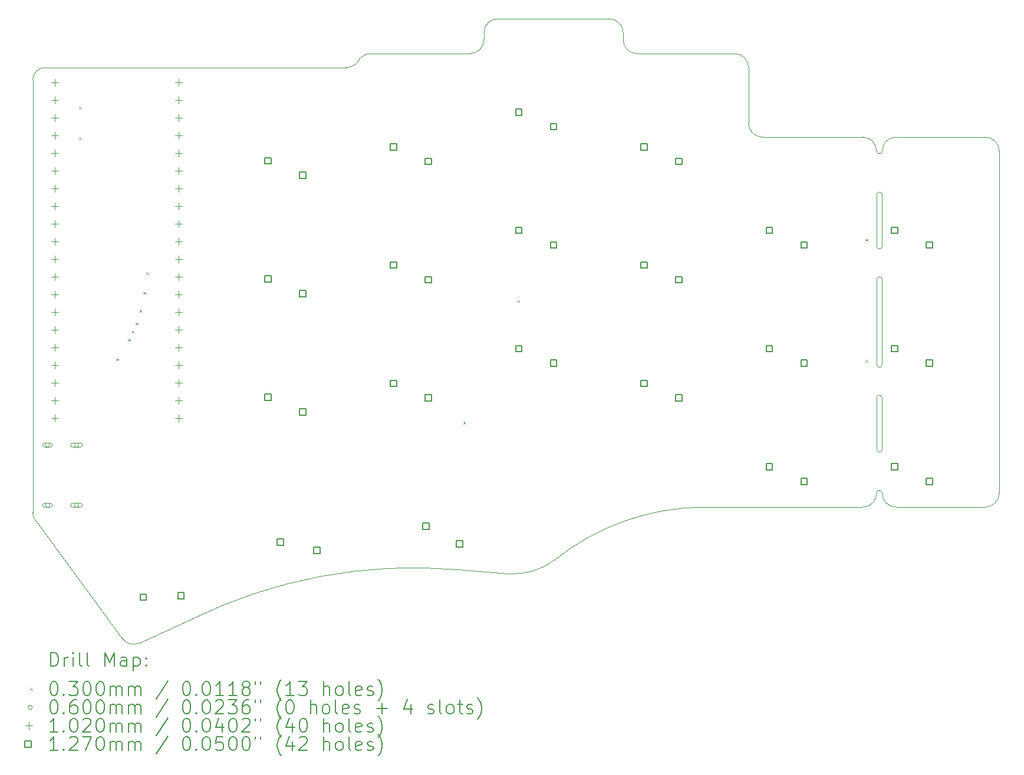
<source format=gbr>
%TF.GenerationSoftware,KiCad,Pcbnew,8.0.8*%
%TF.CreationDate,2025-06-10T10:10:26+02:00*%
%TF.ProjectId,keyboard_pcb,6b657962-6f61-4726-945f-7063622e6b69,rev1.0*%
%TF.SameCoordinates,Original*%
%TF.FileFunction,Drillmap*%
%TF.FilePolarity,Positive*%
%FSLAX45Y45*%
G04 Gerber Fmt 4.5, Leading zero omitted, Abs format (unit mm)*
G04 Created by KiCad (PCBNEW 8.0.8) date 2025-06-10 10:10:26*
%MOMM*%
%LPD*%
G01*
G04 APERTURE LIST*
%ADD10C,0.100000*%
%ADD11C,0.200000*%
%ADD12C,0.102000*%
%ADD13C,0.127000*%
G04 APERTURE END LIST*
D10*
X18764000Y-10530000D02*
X18764000Y-9790000D01*
X6644000Y-5220000D02*
G75*
G02*
X6824000Y-5040000I180000J0D01*
G01*
X18564000Y-6040000D02*
X17124000Y-6040000D01*
X16724000Y-4840000D02*
G75*
G02*
X16924000Y-5040000I0J-200000D01*
G01*
X16274000Y-11360000D02*
X18564000Y-11360000D01*
X6680596Y-11548790D02*
X7929000Y-13245000D01*
X14149000Y-12112500D02*
G75*
G02*
X13474000Y-12317502I-598540J757010D01*
G01*
X14924000Y-4340000D02*
G75*
G02*
X15124000Y-4540000I0J-200000D01*
G01*
X18844000Y-6240000D02*
G75*
G02*
X19044000Y-6040000I200000J0D01*
G01*
X11149000Y-5040000D02*
X6824000Y-5040000D01*
X15124000Y-4640000D02*
X15124000Y-4540000D01*
X18844000Y-6240000D02*
G75*
G02*
X18764000Y-6240000I-40000J0D01*
G01*
X13124000Y-4540000D02*
X13124000Y-4640000D01*
X18764000Y-7610000D02*
X18764000Y-6870000D01*
X18844000Y-9310000D02*
G75*
G02*
X18764000Y-9310000I-40000J0D01*
G01*
X18764000Y-11160000D02*
G75*
G02*
X18844000Y-11160000I40000J0D01*
G01*
X18844000Y-7610000D02*
G75*
G02*
X18764000Y-7610000I-40000J0D01*
G01*
X19044000Y-11360000D02*
G75*
G02*
X18844000Y-11160000I0J200000D01*
G01*
X18844000Y-10530000D02*
X18844000Y-9790000D01*
X6680596Y-11548790D02*
G75*
G02*
X6644000Y-11440000I143404J108790D01*
G01*
X16924000Y-5840000D02*
X16924000Y-5040000D01*
X18764000Y-6870000D02*
G75*
G02*
X18844000Y-6870000I40000J0D01*
G01*
X20324000Y-6040000D02*
X19044000Y-6040000D01*
X19044000Y-11360000D02*
X20324000Y-11360000D01*
X13124000Y-4540000D02*
G75*
G02*
X13324000Y-4340000I200000J0D01*
G01*
X15324000Y-4840000D02*
G75*
G02*
X15124000Y-4640000I0J200000D01*
G01*
X20524000Y-11160000D02*
G75*
G02*
X20324000Y-11360000I-200000J0D01*
G01*
X6644000Y-11320000D02*
X6644000Y-11440000D01*
X13474000Y-12317500D02*
X12744000Y-12260000D01*
X8172613Y-13312145D02*
X8911060Y-12980000D01*
X18764000Y-11160000D02*
G75*
G02*
X18564000Y-11360000I-200000J0D01*
G01*
X13124000Y-4640000D02*
G75*
G02*
X12924000Y-4840000I-200000J0D01*
G01*
X18844000Y-7610000D02*
X18844000Y-6870000D01*
X11324000Y-4940000D02*
G75*
G02*
X11149000Y-5039999I-174990J103110D01*
G01*
X20524000Y-11160000D02*
X20524000Y-6240000D01*
X18764000Y-9790000D02*
G75*
G02*
X18844000Y-9790000I40000J0D01*
G01*
X18844000Y-9310000D02*
X18844000Y-8090000D01*
X18764000Y-8090000D02*
G75*
G02*
X18844000Y-8090000I40000J0D01*
G01*
X14924000Y-4340000D02*
X13324000Y-4340000D01*
X20324000Y-6040000D02*
G75*
G02*
X20524000Y-6240000I0J-200000D01*
G01*
X14149000Y-12112500D02*
G75*
G02*
X16274000Y-11360000I2152276J-2701190D01*
G01*
X16724000Y-4840000D02*
X15324000Y-4840000D01*
X11324000Y-4940000D02*
G75*
G02*
X11494000Y-4840000I170000J-94500D01*
G01*
X18764000Y-9310000D02*
X18764000Y-8090000D01*
X6644000Y-5220000D02*
X6644000Y-11320000D01*
X18844000Y-10530000D02*
G75*
G02*
X18764000Y-10530000I-40000J0D01*
G01*
X17124000Y-6040000D02*
G75*
G02*
X16924000Y-5840000I0J200000D01*
G01*
X18564000Y-6040000D02*
G75*
G02*
X18764000Y-6240000I0J-200000D01*
G01*
X8172613Y-13312145D02*
G75*
G02*
X7929000Y-13245000I-83613J172145D01*
G01*
X12924000Y-4840000D02*
X11494000Y-4840000D01*
X8911060Y-12980000D02*
G75*
G02*
X12744000Y-12260000I3200547J-6475820D01*
G01*
D11*
D10*
X7310000Y-5602500D02*
X7340000Y-5632500D01*
X7340000Y-5602500D02*
X7310000Y-5632500D01*
X7310000Y-6042500D02*
X7340000Y-6072500D01*
X7340000Y-6042500D02*
X7310000Y-6072500D01*
X7845000Y-9225000D02*
X7875000Y-9255000D01*
X7875000Y-9225000D02*
X7845000Y-9255000D01*
X8012742Y-8945000D02*
X8042742Y-8975000D01*
X8042742Y-8945000D02*
X8012742Y-8975000D01*
X8067694Y-8825000D02*
X8097694Y-8855000D01*
X8097694Y-8825000D02*
X8067694Y-8855000D01*
X8122646Y-8705000D02*
X8152646Y-8735000D01*
X8152646Y-8705000D02*
X8122646Y-8735000D01*
X8177598Y-8525000D02*
X8207598Y-8555000D01*
X8207598Y-8525000D02*
X8177598Y-8555000D01*
X8232550Y-8265000D02*
X8262550Y-8295000D01*
X8262550Y-8265000D02*
X8232550Y-8295000D01*
X8277598Y-7985000D02*
X8307598Y-8015000D01*
X8307598Y-7985000D02*
X8277598Y-8015000D01*
X12825000Y-10132550D02*
X12855000Y-10162550D01*
X12855000Y-10132550D02*
X12825000Y-10162550D01*
X13605000Y-8385000D02*
X13635000Y-8415000D01*
X13635000Y-8385000D02*
X13605000Y-8415000D01*
X18605000Y-7505000D02*
X18635000Y-7535000D01*
X18635000Y-7505000D02*
X18605000Y-7535000D01*
X18605000Y-9245000D02*
X18635000Y-9275000D01*
X18635000Y-9245000D02*
X18605000Y-9275000D01*
X6886000Y-10468000D02*
G75*
G02*
X6826000Y-10468000I-30000J0D01*
G01*
X6826000Y-10468000D02*
G75*
G02*
X6886000Y-10468000I30000J0D01*
G01*
X6816000Y-10498000D02*
X6896000Y-10498000D01*
X6896000Y-10438000D02*
G75*
G02*
X6896000Y-10498000I0J-30000D01*
G01*
X6896000Y-10438000D02*
X6816000Y-10438000D01*
X6816000Y-10438000D02*
G75*
G03*
X6816000Y-10498000I0J-30000D01*
G01*
X6886000Y-11332000D02*
G75*
G02*
X6826000Y-11332000I-30000J0D01*
G01*
X6826000Y-11332000D02*
G75*
G02*
X6886000Y-11332000I30000J0D01*
G01*
X6816000Y-11362000D02*
X6896000Y-11362000D01*
X6896000Y-11302000D02*
G75*
G02*
X6896000Y-11362000I0J-30000D01*
G01*
X6896000Y-11302000D02*
X6816000Y-11302000D01*
X6816000Y-11302000D02*
G75*
G03*
X6816000Y-11362000I0J-30000D01*
G01*
X7303000Y-10468000D02*
G75*
G02*
X7243000Y-10468000I-30000J0D01*
G01*
X7243000Y-10468000D02*
G75*
G02*
X7303000Y-10468000I30000J0D01*
G01*
X7218000Y-10498000D02*
X7328000Y-10498000D01*
X7328000Y-10438000D02*
G75*
G02*
X7328000Y-10498000I0J-30000D01*
G01*
X7328000Y-10438000D02*
X7218000Y-10438000D01*
X7218000Y-10438000D02*
G75*
G03*
X7218000Y-10498000I0J-30000D01*
G01*
X7303000Y-11332000D02*
G75*
G02*
X7243000Y-11332000I-30000J0D01*
G01*
X7243000Y-11332000D02*
G75*
G02*
X7303000Y-11332000I30000J0D01*
G01*
X7218000Y-11362000D02*
X7328000Y-11362000D01*
X7328000Y-11302000D02*
G75*
G02*
X7328000Y-11362000I0J-30000D01*
G01*
X7328000Y-11302000D02*
X7218000Y-11302000D01*
X7218000Y-11302000D02*
G75*
G03*
X7218000Y-11362000I0J-30000D01*
G01*
D12*
X6964680Y-5206800D02*
X6964680Y-5308800D01*
X6913680Y-5257800D02*
X7015680Y-5257800D01*
X6964680Y-5460800D02*
X6964680Y-5562800D01*
X6913680Y-5511800D02*
X7015680Y-5511800D01*
X6964680Y-5714800D02*
X6964680Y-5816800D01*
X6913680Y-5765800D02*
X7015680Y-5765800D01*
X6964680Y-5968800D02*
X6964680Y-6070800D01*
X6913680Y-6019800D02*
X7015680Y-6019800D01*
X6964680Y-6222800D02*
X6964680Y-6324800D01*
X6913680Y-6273800D02*
X7015680Y-6273800D01*
X6964680Y-6476800D02*
X6964680Y-6578800D01*
X6913680Y-6527800D02*
X7015680Y-6527800D01*
X6964680Y-6730800D02*
X6964680Y-6832800D01*
X6913680Y-6781800D02*
X7015680Y-6781800D01*
X6964680Y-6984800D02*
X6964680Y-7086800D01*
X6913680Y-7035800D02*
X7015680Y-7035800D01*
X6964680Y-7238800D02*
X6964680Y-7340800D01*
X6913680Y-7289800D02*
X7015680Y-7289800D01*
X6964680Y-7492800D02*
X6964680Y-7594800D01*
X6913680Y-7543800D02*
X7015680Y-7543800D01*
X6964680Y-7746800D02*
X6964680Y-7848800D01*
X6913680Y-7797800D02*
X7015680Y-7797800D01*
X6964680Y-8000800D02*
X6964680Y-8102800D01*
X6913680Y-8051800D02*
X7015680Y-8051800D01*
X6964680Y-8254800D02*
X6964680Y-8356800D01*
X6913680Y-8305800D02*
X7015680Y-8305800D01*
X6964680Y-8508800D02*
X6964680Y-8610800D01*
X6913680Y-8559800D02*
X7015680Y-8559800D01*
X6964680Y-8762800D02*
X6964680Y-8864800D01*
X6913680Y-8813800D02*
X7015680Y-8813800D01*
X6964680Y-9016800D02*
X6964680Y-9118800D01*
X6913680Y-9067800D02*
X7015680Y-9067800D01*
X6964680Y-9270800D02*
X6964680Y-9372800D01*
X6913680Y-9321800D02*
X7015680Y-9321800D01*
X6964680Y-9524800D02*
X6964680Y-9626800D01*
X6913680Y-9575800D02*
X7015680Y-9575800D01*
X6964680Y-9778800D02*
X6964680Y-9880800D01*
X6913680Y-9829800D02*
X7015680Y-9829800D01*
X6964680Y-10032800D02*
X6964680Y-10134800D01*
X6913680Y-10083800D02*
X7015680Y-10083800D01*
X8742680Y-5206800D02*
X8742680Y-5308800D01*
X8691680Y-5257800D02*
X8793680Y-5257800D01*
X8742680Y-5460800D02*
X8742680Y-5562800D01*
X8691680Y-5511800D02*
X8793680Y-5511800D01*
X8742680Y-5714800D02*
X8742680Y-5816800D01*
X8691680Y-5765800D02*
X8793680Y-5765800D01*
X8742680Y-5968800D02*
X8742680Y-6070800D01*
X8691680Y-6019800D02*
X8793680Y-6019800D01*
X8742680Y-6222800D02*
X8742680Y-6324800D01*
X8691680Y-6273800D02*
X8793680Y-6273800D01*
X8742680Y-6476800D02*
X8742680Y-6578800D01*
X8691680Y-6527800D02*
X8793680Y-6527800D01*
X8742680Y-6730800D02*
X8742680Y-6832800D01*
X8691680Y-6781800D02*
X8793680Y-6781800D01*
X8742680Y-6984800D02*
X8742680Y-7086800D01*
X8691680Y-7035800D02*
X8793680Y-7035800D01*
X8742680Y-7238800D02*
X8742680Y-7340800D01*
X8691680Y-7289800D02*
X8793680Y-7289800D01*
X8742680Y-7492800D02*
X8742680Y-7594800D01*
X8691680Y-7543800D02*
X8793680Y-7543800D01*
X8742680Y-7746800D02*
X8742680Y-7848800D01*
X8691680Y-7797800D02*
X8793680Y-7797800D01*
X8742680Y-8000800D02*
X8742680Y-8102800D01*
X8691680Y-8051800D02*
X8793680Y-8051800D01*
X8742680Y-8254800D02*
X8742680Y-8356800D01*
X8691680Y-8305800D02*
X8793680Y-8305800D01*
X8742680Y-8508800D02*
X8742680Y-8610800D01*
X8691680Y-8559800D02*
X8793680Y-8559800D01*
X8742680Y-8762800D02*
X8742680Y-8864800D01*
X8691680Y-8813800D02*
X8793680Y-8813800D01*
X8742680Y-9016800D02*
X8742680Y-9118800D01*
X8691680Y-9067800D02*
X8793680Y-9067800D01*
X8742680Y-9270800D02*
X8742680Y-9372800D01*
X8691680Y-9321800D02*
X8793680Y-9321800D01*
X8742680Y-9524800D02*
X8742680Y-9626800D01*
X8691680Y-9575800D02*
X8793680Y-9575800D01*
X8742680Y-9778800D02*
X8742680Y-9880800D01*
X8691680Y-9829800D02*
X8793680Y-9829800D01*
X8742680Y-10032800D02*
X8742680Y-10134800D01*
X8691680Y-10083800D02*
X8793680Y-10083800D01*
D13*
X8276343Y-12700608D02*
X8276343Y-12610804D01*
X8186539Y-12610804D01*
X8186539Y-12700608D01*
X8276343Y-12700608D01*
X8818247Y-12679623D02*
X8818247Y-12589820D01*
X8728443Y-12589820D01*
X8728443Y-12679623D01*
X8818247Y-12679623D01*
X10068902Y-6424902D02*
X10068902Y-6335098D01*
X9979098Y-6335098D01*
X9979098Y-6424902D01*
X10068902Y-6424902D01*
X10068902Y-8124902D02*
X10068902Y-8035098D01*
X9979098Y-8035098D01*
X9979098Y-8124902D01*
X10068902Y-8124902D01*
X10068902Y-9824902D02*
X10068902Y-9735098D01*
X9979098Y-9735098D01*
X9979098Y-9824902D01*
X10068902Y-9824902D01*
X10242484Y-11905953D02*
X10242484Y-11816149D01*
X10152681Y-11816149D01*
X10152681Y-11905953D01*
X10242484Y-11905953D01*
X10568902Y-6634902D02*
X10568902Y-6545098D01*
X10479098Y-6545098D01*
X10479098Y-6634902D01*
X10568902Y-6634902D01*
X10568902Y-8334902D02*
X10568902Y-8245098D01*
X10479098Y-8245098D01*
X10479098Y-8334902D01*
X10568902Y-8334902D01*
X10568902Y-10034902D02*
X10568902Y-9945098D01*
X10479098Y-9945098D01*
X10479098Y-10034902D01*
X10568902Y-10034902D01*
X10771354Y-12025938D02*
X10771354Y-11936135D01*
X10681551Y-11936135D01*
X10681551Y-12025938D01*
X10771354Y-12025938D01*
X11868902Y-6224902D02*
X11868902Y-6135098D01*
X11779098Y-6135098D01*
X11779098Y-6224902D01*
X11868902Y-6224902D01*
X11868902Y-7924902D02*
X11868902Y-7835098D01*
X11779098Y-7835098D01*
X11779098Y-7924902D01*
X11868902Y-7924902D01*
X11868902Y-9624902D02*
X11868902Y-9535098D01*
X11779098Y-9535098D01*
X11779098Y-9624902D01*
X11868902Y-9624902D01*
X12337685Y-11679878D02*
X12337685Y-11590074D01*
X12247882Y-11590074D01*
X12247882Y-11679878D01*
X12337685Y-11679878D01*
X12368902Y-6434902D02*
X12368902Y-6345098D01*
X12279098Y-6345098D01*
X12279098Y-6434902D01*
X12368902Y-6434902D01*
X12368902Y-8134902D02*
X12368902Y-8045098D01*
X12279098Y-8045098D01*
X12279098Y-8134902D01*
X12368902Y-8134902D01*
X12368902Y-9834902D02*
X12368902Y-9745098D01*
X12279098Y-9745098D01*
X12279098Y-9834902D01*
X12368902Y-9834902D01*
X12817480Y-11932657D02*
X12817480Y-11842853D01*
X12727676Y-11842853D01*
X12727676Y-11932657D01*
X12817480Y-11932657D01*
X13668902Y-5724902D02*
X13668902Y-5635098D01*
X13579098Y-5635098D01*
X13579098Y-5724902D01*
X13668902Y-5724902D01*
X13668902Y-7424902D02*
X13668902Y-7335098D01*
X13579098Y-7335098D01*
X13579098Y-7424902D01*
X13668902Y-7424902D01*
X13668902Y-9124902D02*
X13668902Y-9035098D01*
X13579098Y-9035098D01*
X13579098Y-9124902D01*
X13668902Y-9124902D01*
X14168902Y-5934902D02*
X14168902Y-5845098D01*
X14079098Y-5845098D01*
X14079098Y-5934902D01*
X14168902Y-5934902D01*
X14168902Y-7634902D02*
X14168902Y-7545098D01*
X14079098Y-7545098D01*
X14079098Y-7634902D01*
X14168902Y-7634902D01*
X14168902Y-9334902D02*
X14168902Y-9245098D01*
X14079098Y-9245098D01*
X14079098Y-9334902D01*
X14168902Y-9334902D01*
X15468902Y-6224902D02*
X15468902Y-6135098D01*
X15379098Y-6135098D01*
X15379098Y-6224902D01*
X15468902Y-6224902D01*
X15468902Y-7924902D02*
X15468902Y-7835098D01*
X15379098Y-7835098D01*
X15379098Y-7924902D01*
X15468902Y-7924902D01*
X15468902Y-9624902D02*
X15468902Y-9535098D01*
X15379098Y-9535098D01*
X15379098Y-9624902D01*
X15468902Y-9624902D01*
X15968902Y-6434902D02*
X15968902Y-6345098D01*
X15879098Y-6345098D01*
X15879098Y-6434902D01*
X15968902Y-6434902D01*
X15968902Y-8134902D02*
X15968902Y-8045098D01*
X15879098Y-8045098D01*
X15879098Y-8134902D01*
X15968902Y-8134902D01*
X15968902Y-9834902D02*
X15968902Y-9745098D01*
X15879098Y-9745098D01*
X15879098Y-9834902D01*
X15968902Y-9834902D01*
X17268902Y-7424902D02*
X17268902Y-7335098D01*
X17179098Y-7335098D01*
X17179098Y-7424902D01*
X17268902Y-7424902D01*
X17268902Y-9124902D02*
X17268902Y-9035098D01*
X17179098Y-9035098D01*
X17179098Y-9124902D01*
X17268902Y-9124902D01*
X17268902Y-10824902D02*
X17268902Y-10735098D01*
X17179098Y-10735098D01*
X17179098Y-10824902D01*
X17268902Y-10824902D01*
X17768902Y-7634902D02*
X17768902Y-7545098D01*
X17679098Y-7545098D01*
X17679098Y-7634902D01*
X17768902Y-7634902D01*
X17768902Y-9334902D02*
X17768902Y-9245098D01*
X17679098Y-9245098D01*
X17679098Y-9334902D01*
X17768902Y-9334902D01*
X17768902Y-11034902D02*
X17768902Y-10945098D01*
X17679098Y-10945098D01*
X17679098Y-11034902D01*
X17768902Y-11034902D01*
X19068902Y-7424902D02*
X19068902Y-7335098D01*
X18979098Y-7335098D01*
X18979098Y-7424902D01*
X19068902Y-7424902D01*
X19068902Y-9124902D02*
X19068902Y-9035098D01*
X18979098Y-9035098D01*
X18979098Y-9124902D01*
X19068902Y-9124902D01*
X19068902Y-10824902D02*
X19068902Y-10735098D01*
X18979098Y-10735098D01*
X18979098Y-10824902D01*
X19068902Y-10824902D01*
X19568902Y-7634902D02*
X19568902Y-7545098D01*
X19479098Y-7545098D01*
X19479098Y-7634902D01*
X19568902Y-7634902D01*
X19568902Y-9334902D02*
X19568902Y-9245098D01*
X19479098Y-9245098D01*
X19479098Y-9334902D01*
X19568902Y-9334902D01*
X19568902Y-11034902D02*
X19568902Y-10945098D01*
X19479098Y-10945098D01*
X19479098Y-11034902D01*
X19568902Y-11034902D01*
D11*
X6899777Y-13647860D02*
X6899777Y-13447860D01*
X6899777Y-13447860D02*
X6947396Y-13447860D01*
X6947396Y-13447860D02*
X6975967Y-13457384D01*
X6975967Y-13457384D02*
X6995015Y-13476432D01*
X6995015Y-13476432D02*
X7004539Y-13495479D01*
X7004539Y-13495479D02*
X7014062Y-13533574D01*
X7014062Y-13533574D02*
X7014062Y-13562146D01*
X7014062Y-13562146D02*
X7004539Y-13600241D01*
X7004539Y-13600241D02*
X6995015Y-13619289D01*
X6995015Y-13619289D02*
X6975967Y-13638336D01*
X6975967Y-13638336D02*
X6947396Y-13647860D01*
X6947396Y-13647860D02*
X6899777Y-13647860D01*
X7099777Y-13647860D02*
X7099777Y-13514527D01*
X7099777Y-13552622D02*
X7109301Y-13533574D01*
X7109301Y-13533574D02*
X7118824Y-13524051D01*
X7118824Y-13524051D02*
X7137872Y-13514527D01*
X7137872Y-13514527D02*
X7156920Y-13514527D01*
X7223586Y-13647860D02*
X7223586Y-13514527D01*
X7223586Y-13447860D02*
X7214062Y-13457384D01*
X7214062Y-13457384D02*
X7223586Y-13466908D01*
X7223586Y-13466908D02*
X7233110Y-13457384D01*
X7233110Y-13457384D02*
X7223586Y-13447860D01*
X7223586Y-13447860D02*
X7223586Y-13466908D01*
X7347396Y-13647860D02*
X7328348Y-13638336D01*
X7328348Y-13638336D02*
X7318824Y-13619289D01*
X7318824Y-13619289D02*
X7318824Y-13447860D01*
X7452158Y-13647860D02*
X7433110Y-13638336D01*
X7433110Y-13638336D02*
X7423586Y-13619289D01*
X7423586Y-13619289D02*
X7423586Y-13447860D01*
X7680729Y-13647860D02*
X7680729Y-13447860D01*
X7680729Y-13447860D02*
X7747396Y-13590717D01*
X7747396Y-13590717D02*
X7814062Y-13447860D01*
X7814062Y-13447860D02*
X7814062Y-13647860D01*
X7995015Y-13647860D02*
X7995015Y-13543098D01*
X7995015Y-13543098D02*
X7985491Y-13524051D01*
X7985491Y-13524051D02*
X7966443Y-13514527D01*
X7966443Y-13514527D02*
X7928348Y-13514527D01*
X7928348Y-13514527D02*
X7909301Y-13524051D01*
X7995015Y-13638336D02*
X7975967Y-13647860D01*
X7975967Y-13647860D02*
X7928348Y-13647860D01*
X7928348Y-13647860D02*
X7909301Y-13638336D01*
X7909301Y-13638336D02*
X7899777Y-13619289D01*
X7899777Y-13619289D02*
X7899777Y-13600241D01*
X7899777Y-13600241D02*
X7909301Y-13581194D01*
X7909301Y-13581194D02*
X7928348Y-13571670D01*
X7928348Y-13571670D02*
X7975967Y-13571670D01*
X7975967Y-13571670D02*
X7995015Y-13562146D01*
X8090253Y-13514527D02*
X8090253Y-13714527D01*
X8090253Y-13524051D02*
X8109301Y-13514527D01*
X8109301Y-13514527D02*
X8147396Y-13514527D01*
X8147396Y-13514527D02*
X8166443Y-13524051D01*
X8166443Y-13524051D02*
X8175967Y-13533574D01*
X8175967Y-13533574D02*
X8185491Y-13552622D01*
X8185491Y-13552622D02*
X8185491Y-13609765D01*
X8185491Y-13609765D02*
X8175967Y-13628813D01*
X8175967Y-13628813D02*
X8166443Y-13638336D01*
X8166443Y-13638336D02*
X8147396Y-13647860D01*
X8147396Y-13647860D02*
X8109301Y-13647860D01*
X8109301Y-13647860D02*
X8090253Y-13638336D01*
X8271205Y-13628813D02*
X8280729Y-13638336D01*
X8280729Y-13638336D02*
X8271205Y-13647860D01*
X8271205Y-13647860D02*
X8261682Y-13638336D01*
X8261682Y-13638336D02*
X8271205Y-13628813D01*
X8271205Y-13628813D02*
X8271205Y-13647860D01*
X8271205Y-13524051D02*
X8280729Y-13533574D01*
X8280729Y-13533574D02*
X8271205Y-13543098D01*
X8271205Y-13543098D02*
X8261682Y-13533574D01*
X8261682Y-13533574D02*
X8271205Y-13524051D01*
X8271205Y-13524051D02*
X8271205Y-13543098D01*
D10*
X6609000Y-13961376D02*
X6639000Y-13991376D01*
X6639000Y-13961376D02*
X6609000Y-13991376D01*
D11*
X6937872Y-13867860D02*
X6956920Y-13867860D01*
X6956920Y-13867860D02*
X6975967Y-13877384D01*
X6975967Y-13877384D02*
X6985491Y-13886908D01*
X6985491Y-13886908D02*
X6995015Y-13905955D01*
X6995015Y-13905955D02*
X7004539Y-13944051D01*
X7004539Y-13944051D02*
X7004539Y-13991670D01*
X7004539Y-13991670D02*
X6995015Y-14029765D01*
X6995015Y-14029765D02*
X6985491Y-14048813D01*
X6985491Y-14048813D02*
X6975967Y-14058336D01*
X6975967Y-14058336D02*
X6956920Y-14067860D01*
X6956920Y-14067860D02*
X6937872Y-14067860D01*
X6937872Y-14067860D02*
X6918824Y-14058336D01*
X6918824Y-14058336D02*
X6909301Y-14048813D01*
X6909301Y-14048813D02*
X6899777Y-14029765D01*
X6899777Y-14029765D02*
X6890253Y-13991670D01*
X6890253Y-13991670D02*
X6890253Y-13944051D01*
X6890253Y-13944051D02*
X6899777Y-13905955D01*
X6899777Y-13905955D02*
X6909301Y-13886908D01*
X6909301Y-13886908D02*
X6918824Y-13877384D01*
X6918824Y-13877384D02*
X6937872Y-13867860D01*
X7090253Y-14048813D02*
X7099777Y-14058336D01*
X7099777Y-14058336D02*
X7090253Y-14067860D01*
X7090253Y-14067860D02*
X7080729Y-14058336D01*
X7080729Y-14058336D02*
X7090253Y-14048813D01*
X7090253Y-14048813D02*
X7090253Y-14067860D01*
X7166443Y-13867860D02*
X7290253Y-13867860D01*
X7290253Y-13867860D02*
X7223586Y-13944051D01*
X7223586Y-13944051D02*
X7252158Y-13944051D01*
X7252158Y-13944051D02*
X7271205Y-13953574D01*
X7271205Y-13953574D02*
X7280729Y-13963098D01*
X7280729Y-13963098D02*
X7290253Y-13982146D01*
X7290253Y-13982146D02*
X7290253Y-14029765D01*
X7290253Y-14029765D02*
X7280729Y-14048813D01*
X7280729Y-14048813D02*
X7271205Y-14058336D01*
X7271205Y-14058336D02*
X7252158Y-14067860D01*
X7252158Y-14067860D02*
X7195015Y-14067860D01*
X7195015Y-14067860D02*
X7175967Y-14058336D01*
X7175967Y-14058336D02*
X7166443Y-14048813D01*
X7414062Y-13867860D02*
X7433110Y-13867860D01*
X7433110Y-13867860D02*
X7452158Y-13877384D01*
X7452158Y-13877384D02*
X7461682Y-13886908D01*
X7461682Y-13886908D02*
X7471205Y-13905955D01*
X7471205Y-13905955D02*
X7480729Y-13944051D01*
X7480729Y-13944051D02*
X7480729Y-13991670D01*
X7480729Y-13991670D02*
X7471205Y-14029765D01*
X7471205Y-14029765D02*
X7461682Y-14048813D01*
X7461682Y-14048813D02*
X7452158Y-14058336D01*
X7452158Y-14058336D02*
X7433110Y-14067860D01*
X7433110Y-14067860D02*
X7414062Y-14067860D01*
X7414062Y-14067860D02*
X7395015Y-14058336D01*
X7395015Y-14058336D02*
X7385491Y-14048813D01*
X7385491Y-14048813D02*
X7375967Y-14029765D01*
X7375967Y-14029765D02*
X7366443Y-13991670D01*
X7366443Y-13991670D02*
X7366443Y-13944051D01*
X7366443Y-13944051D02*
X7375967Y-13905955D01*
X7375967Y-13905955D02*
X7385491Y-13886908D01*
X7385491Y-13886908D02*
X7395015Y-13877384D01*
X7395015Y-13877384D02*
X7414062Y-13867860D01*
X7604539Y-13867860D02*
X7623586Y-13867860D01*
X7623586Y-13867860D02*
X7642634Y-13877384D01*
X7642634Y-13877384D02*
X7652158Y-13886908D01*
X7652158Y-13886908D02*
X7661682Y-13905955D01*
X7661682Y-13905955D02*
X7671205Y-13944051D01*
X7671205Y-13944051D02*
X7671205Y-13991670D01*
X7671205Y-13991670D02*
X7661682Y-14029765D01*
X7661682Y-14029765D02*
X7652158Y-14048813D01*
X7652158Y-14048813D02*
X7642634Y-14058336D01*
X7642634Y-14058336D02*
X7623586Y-14067860D01*
X7623586Y-14067860D02*
X7604539Y-14067860D01*
X7604539Y-14067860D02*
X7585491Y-14058336D01*
X7585491Y-14058336D02*
X7575967Y-14048813D01*
X7575967Y-14048813D02*
X7566443Y-14029765D01*
X7566443Y-14029765D02*
X7556920Y-13991670D01*
X7556920Y-13991670D02*
X7556920Y-13944051D01*
X7556920Y-13944051D02*
X7566443Y-13905955D01*
X7566443Y-13905955D02*
X7575967Y-13886908D01*
X7575967Y-13886908D02*
X7585491Y-13877384D01*
X7585491Y-13877384D02*
X7604539Y-13867860D01*
X7756920Y-14067860D02*
X7756920Y-13934527D01*
X7756920Y-13953574D02*
X7766443Y-13944051D01*
X7766443Y-13944051D02*
X7785491Y-13934527D01*
X7785491Y-13934527D02*
X7814063Y-13934527D01*
X7814063Y-13934527D02*
X7833110Y-13944051D01*
X7833110Y-13944051D02*
X7842634Y-13963098D01*
X7842634Y-13963098D02*
X7842634Y-14067860D01*
X7842634Y-13963098D02*
X7852158Y-13944051D01*
X7852158Y-13944051D02*
X7871205Y-13934527D01*
X7871205Y-13934527D02*
X7899777Y-13934527D01*
X7899777Y-13934527D02*
X7918824Y-13944051D01*
X7918824Y-13944051D02*
X7928348Y-13963098D01*
X7928348Y-13963098D02*
X7928348Y-14067860D01*
X8023586Y-14067860D02*
X8023586Y-13934527D01*
X8023586Y-13953574D02*
X8033110Y-13944051D01*
X8033110Y-13944051D02*
X8052158Y-13934527D01*
X8052158Y-13934527D02*
X8080729Y-13934527D01*
X8080729Y-13934527D02*
X8099777Y-13944051D01*
X8099777Y-13944051D02*
X8109301Y-13963098D01*
X8109301Y-13963098D02*
X8109301Y-14067860D01*
X8109301Y-13963098D02*
X8118824Y-13944051D01*
X8118824Y-13944051D02*
X8137872Y-13934527D01*
X8137872Y-13934527D02*
X8166443Y-13934527D01*
X8166443Y-13934527D02*
X8185491Y-13944051D01*
X8185491Y-13944051D02*
X8195015Y-13963098D01*
X8195015Y-13963098D02*
X8195015Y-14067860D01*
X8585491Y-13858336D02*
X8414063Y-14115479D01*
X8842634Y-13867860D02*
X8861682Y-13867860D01*
X8861682Y-13867860D02*
X8880729Y-13877384D01*
X8880729Y-13877384D02*
X8890253Y-13886908D01*
X8890253Y-13886908D02*
X8899777Y-13905955D01*
X8899777Y-13905955D02*
X8909301Y-13944051D01*
X8909301Y-13944051D02*
X8909301Y-13991670D01*
X8909301Y-13991670D02*
X8899777Y-14029765D01*
X8899777Y-14029765D02*
X8890253Y-14048813D01*
X8890253Y-14048813D02*
X8880729Y-14058336D01*
X8880729Y-14058336D02*
X8861682Y-14067860D01*
X8861682Y-14067860D02*
X8842634Y-14067860D01*
X8842634Y-14067860D02*
X8823587Y-14058336D01*
X8823587Y-14058336D02*
X8814063Y-14048813D01*
X8814063Y-14048813D02*
X8804539Y-14029765D01*
X8804539Y-14029765D02*
X8795015Y-13991670D01*
X8795015Y-13991670D02*
X8795015Y-13944051D01*
X8795015Y-13944051D02*
X8804539Y-13905955D01*
X8804539Y-13905955D02*
X8814063Y-13886908D01*
X8814063Y-13886908D02*
X8823587Y-13877384D01*
X8823587Y-13877384D02*
X8842634Y-13867860D01*
X8995015Y-14048813D02*
X9004539Y-14058336D01*
X9004539Y-14058336D02*
X8995015Y-14067860D01*
X8995015Y-14067860D02*
X8985491Y-14058336D01*
X8985491Y-14058336D02*
X8995015Y-14048813D01*
X8995015Y-14048813D02*
X8995015Y-14067860D01*
X9128348Y-13867860D02*
X9147396Y-13867860D01*
X9147396Y-13867860D02*
X9166444Y-13877384D01*
X9166444Y-13877384D02*
X9175968Y-13886908D01*
X9175968Y-13886908D02*
X9185491Y-13905955D01*
X9185491Y-13905955D02*
X9195015Y-13944051D01*
X9195015Y-13944051D02*
X9195015Y-13991670D01*
X9195015Y-13991670D02*
X9185491Y-14029765D01*
X9185491Y-14029765D02*
X9175968Y-14048813D01*
X9175968Y-14048813D02*
X9166444Y-14058336D01*
X9166444Y-14058336D02*
X9147396Y-14067860D01*
X9147396Y-14067860D02*
X9128348Y-14067860D01*
X9128348Y-14067860D02*
X9109301Y-14058336D01*
X9109301Y-14058336D02*
X9099777Y-14048813D01*
X9099777Y-14048813D02*
X9090253Y-14029765D01*
X9090253Y-14029765D02*
X9080729Y-13991670D01*
X9080729Y-13991670D02*
X9080729Y-13944051D01*
X9080729Y-13944051D02*
X9090253Y-13905955D01*
X9090253Y-13905955D02*
X9099777Y-13886908D01*
X9099777Y-13886908D02*
X9109301Y-13877384D01*
X9109301Y-13877384D02*
X9128348Y-13867860D01*
X9385491Y-14067860D02*
X9271206Y-14067860D01*
X9328348Y-14067860D02*
X9328348Y-13867860D01*
X9328348Y-13867860D02*
X9309301Y-13896432D01*
X9309301Y-13896432D02*
X9290253Y-13915479D01*
X9290253Y-13915479D02*
X9271206Y-13925003D01*
X9575968Y-14067860D02*
X9461682Y-14067860D01*
X9518825Y-14067860D02*
X9518825Y-13867860D01*
X9518825Y-13867860D02*
X9499777Y-13896432D01*
X9499777Y-13896432D02*
X9480729Y-13915479D01*
X9480729Y-13915479D02*
X9461682Y-13925003D01*
X9690253Y-13953574D02*
X9671206Y-13944051D01*
X9671206Y-13944051D02*
X9661682Y-13934527D01*
X9661682Y-13934527D02*
X9652158Y-13915479D01*
X9652158Y-13915479D02*
X9652158Y-13905955D01*
X9652158Y-13905955D02*
X9661682Y-13886908D01*
X9661682Y-13886908D02*
X9671206Y-13877384D01*
X9671206Y-13877384D02*
X9690253Y-13867860D01*
X9690253Y-13867860D02*
X9728349Y-13867860D01*
X9728349Y-13867860D02*
X9747396Y-13877384D01*
X9747396Y-13877384D02*
X9756920Y-13886908D01*
X9756920Y-13886908D02*
X9766444Y-13905955D01*
X9766444Y-13905955D02*
X9766444Y-13915479D01*
X9766444Y-13915479D02*
X9756920Y-13934527D01*
X9756920Y-13934527D02*
X9747396Y-13944051D01*
X9747396Y-13944051D02*
X9728349Y-13953574D01*
X9728349Y-13953574D02*
X9690253Y-13953574D01*
X9690253Y-13953574D02*
X9671206Y-13963098D01*
X9671206Y-13963098D02*
X9661682Y-13972622D01*
X9661682Y-13972622D02*
X9652158Y-13991670D01*
X9652158Y-13991670D02*
X9652158Y-14029765D01*
X9652158Y-14029765D02*
X9661682Y-14048813D01*
X9661682Y-14048813D02*
X9671206Y-14058336D01*
X9671206Y-14058336D02*
X9690253Y-14067860D01*
X9690253Y-14067860D02*
X9728349Y-14067860D01*
X9728349Y-14067860D02*
X9747396Y-14058336D01*
X9747396Y-14058336D02*
X9756920Y-14048813D01*
X9756920Y-14048813D02*
X9766444Y-14029765D01*
X9766444Y-14029765D02*
X9766444Y-13991670D01*
X9766444Y-13991670D02*
X9756920Y-13972622D01*
X9756920Y-13972622D02*
X9747396Y-13963098D01*
X9747396Y-13963098D02*
X9728349Y-13953574D01*
X9842634Y-13867860D02*
X9842634Y-13905955D01*
X9918825Y-13867860D02*
X9918825Y-13905955D01*
X10214063Y-14144051D02*
X10204539Y-14134527D01*
X10204539Y-14134527D02*
X10185491Y-14105955D01*
X10185491Y-14105955D02*
X10175968Y-14086908D01*
X10175968Y-14086908D02*
X10166444Y-14058336D01*
X10166444Y-14058336D02*
X10156920Y-14010717D01*
X10156920Y-14010717D02*
X10156920Y-13972622D01*
X10156920Y-13972622D02*
X10166444Y-13925003D01*
X10166444Y-13925003D02*
X10175968Y-13896432D01*
X10175968Y-13896432D02*
X10185491Y-13877384D01*
X10185491Y-13877384D02*
X10204539Y-13848813D01*
X10204539Y-13848813D02*
X10214063Y-13839289D01*
X10395015Y-14067860D02*
X10280730Y-14067860D01*
X10337872Y-14067860D02*
X10337872Y-13867860D01*
X10337872Y-13867860D02*
X10318825Y-13896432D01*
X10318825Y-13896432D02*
X10299777Y-13915479D01*
X10299777Y-13915479D02*
X10280730Y-13925003D01*
X10461682Y-13867860D02*
X10585491Y-13867860D01*
X10585491Y-13867860D02*
X10518825Y-13944051D01*
X10518825Y-13944051D02*
X10547396Y-13944051D01*
X10547396Y-13944051D02*
X10566444Y-13953574D01*
X10566444Y-13953574D02*
X10575968Y-13963098D01*
X10575968Y-13963098D02*
X10585491Y-13982146D01*
X10585491Y-13982146D02*
X10585491Y-14029765D01*
X10585491Y-14029765D02*
X10575968Y-14048813D01*
X10575968Y-14048813D02*
X10566444Y-14058336D01*
X10566444Y-14058336D02*
X10547396Y-14067860D01*
X10547396Y-14067860D02*
X10490253Y-14067860D01*
X10490253Y-14067860D02*
X10471206Y-14058336D01*
X10471206Y-14058336D02*
X10461682Y-14048813D01*
X10823587Y-14067860D02*
X10823587Y-13867860D01*
X10909301Y-14067860D02*
X10909301Y-13963098D01*
X10909301Y-13963098D02*
X10899777Y-13944051D01*
X10899777Y-13944051D02*
X10880730Y-13934527D01*
X10880730Y-13934527D02*
X10852158Y-13934527D01*
X10852158Y-13934527D02*
X10833111Y-13944051D01*
X10833111Y-13944051D02*
X10823587Y-13953574D01*
X11033111Y-14067860D02*
X11014063Y-14058336D01*
X11014063Y-14058336D02*
X11004539Y-14048813D01*
X11004539Y-14048813D02*
X10995015Y-14029765D01*
X10995015Y-14029765D02*
X10995015Y-13972622D01*
X10995015Y-13972622D02*
X11004539Y-13953574D01*
X11004539Y-13953574D02*
X11014063Y-13944051D01*
X11014063Y-13944051D02*
X11033111Y-13934527D01*
X11033111Y-13934527D02*
X11061682Y-13934527D01*
X11061682Y-13934527D02*
X11080730Y-13944051D01*
X11080730Y-13944051D02*
X11090253Y-13953574D01*
X11090253Y-13953574D02*
X11099777Y-13972622D01*
X11099777Y-13972622D02*
X11099777Y-14029765D01*
X11099777Y-14029765D02*
X11090253Y-14048813D01*
X11090253Y-14048813D02*
X11080730Y-14058336D01*
X11080730Y-14058336D02*
X11061682Y-14067860D01*
X11061682Y-14067860D02*
X11033111Y-14067860D01*
X11214063Y-14067860D02*
X11195015Y-14058336D01*
X11195015Y-14058336D02*
X11185491Y-14039289D01*
X11185491Y-14039289D02*
X11185491Y-13867860D01*
X11366444Y-14058336D02*
X11347396Y-14067860D01*
X11347396Y-14067860D02*
X11309301Y-14067860D01*
X11309301Y-14067860D02*
X11290253Y-14058336D01*
X11290253Y-14058336D02*
X11280730Y-14039289D01*
X11280730Y-14039289D02*
X11280730Y-13963098D01*
X11280730Y-13963098D02*
X11290253Y-13944051D01*
X11290253Y-13944051D02*
X11309301Y-13934527D01*
X11309301Y-13934527D02*
X11347396Y-13934527D01*
X11347396Y-13934527D02*
X11366444Y-13944051D01*
X11366444Y-13944051D02*
X11375968Y-13963098D01*
X11375968Y-13963098D02*
X11375968Y-13982146D01*
X11375968Y-13982146D02*
X11280730Y-14001194D01*
X11452158Y-14058336D02*
X11471206Y-14067860D01*
X11471206Y-14067860D02*
X11509301Y-14067860D01*
X11509301Y-14067860D02*
X11528349Y-14058336D01*
X11528349Y-14058336D02*
X11537872Y-14039289D01*
X11537872Y-14039289D02*
X11537872Y-14029765D01*
X11537872Y-14029765D02*
X11528349Y-14010717D01*
X11528349Y-14010717D02*
X11509301Y-14001194D01*
X11509301Y-14001194D02*
X11480730Y-14001194D01*
X11480730Y-14001194D02*
X11461682Y-13991670D01*
X11461682Y-13991670D02*
X11452158Y-13972622D01*
X11452158Y-13972622D02*
X11452158Y-13963098D01*
X11452158Y-13963098D02*
X11461682Y-13944051D01*
X11461682Y-13944051D02*
X11480730Y-13934527D01*
X11480730Y-13934527D02*
X11509301Y-13934527D01*
X11509301Y-13934527D02*
X11528349Y-13944051D01*
X11604539Y-14144051D02*
X11614063Y-14134527D01*
X11614063Y-14134527D02*
X11633111Y-14105955D01*
X11633111Y-14105955D02*
X11642634Y-14086908D01*
X11642634Y-14086908D02*
X11652158Y-14058336D01*
X11652158Y-14058336D02*
X11661682Y-14010717D01*
X11661682Y-14010717D02*
X11661682Y-13972622D01*
X11661682Y-13972622D02*
X11652158Y-13925003D01*
X11652158Y-13925003D02*
X11642634Y-13896432D01*
X11642634Y-13896432D02*
X11633111Y-13877384D01*
X11633111Y-13877384D02*
X11614063Y-13848813D01*
X11614063Y-13848813D02*
X11604539Y-13839289D01*
D10*
X6639000Y-14240376D02*
G75*
G02*
X6579000Y-14240376I-30000J0D01*
G01*
X6579000Y-14240376D02*
G75*
G02*
X6639000Y-14240376I30000J0D01*
G01*
D11*
X6937872Y-14131860D02*
X6956920Y-14131860D01*
X6956920Y-14131860D02*
X6975967Y-14141384D01*
X6975967Y-14141384D02*
X6985491Y-14150908D01*
X6985491Y-14150908D02*
X6995015Y-14169955D01*
X6995015Y-14169955D02*
X7004539Y-14208051D01*
X7004539Y-14208051D02*
X7004539Y-14255670D01*
X7004539Y-14255670D02*
X6995015Y-14293765D01*
X6995015Y-14293765D02*
X6985491Y-14312813D01*
X6985491Y-14312813D02*
X6975967Y-14322336D01*
X6975967Y-14322336D02*
X6956920Y-14331860D01*
X6956920Y-14331860D02*
X6937872Y-14331860D01*
X6937872Y-14331860D02*
X6918824Y-14322336D01*
X6918824Y-14322336D02*
X6909301Y-14312813D01*
X6909301Y-14312813D02*
X6899777Y-14293765D01*
X6899777Y-14293765D02*
X6890253Y-14255670D01*
X6890253Y-14255670D02*
X6890253Y-14208051D01*
X6890253Y-14208051D02*
X6899777Y-14169955D01*
X6899777Y-14169955D02*
X6909301Y-14150908D01*
X6909301Y-14150908D02*
X6918824Y-14141384D01*
X6918824Y-14141384D02*
X6937872Y-14131860D01*
X7090253Y-14312813D02*
X7099777Y-14322336D01*
X7099777Y-14322336D02*
X7090253Y-14331860D01*
X7090253Y-14331860D02*
X7080729Y-14322336D01*
X7080729Y-14322336D02*
X7090253Y-14312813D01*
X7090253Y-14312813D02*
X7090253Y-14331860D01*
X7271205Y-14131860D02*
X7233110Y-14131860D01*
X7233110Y-14131860D02*
X7214062Y-14141384D01*
X7214062Y-14141384D02*
X7204539Y-14150908D01*
X7204539Y-14150908D02*
X7185491Y-14179479D01*
X7185491Y-14179479D02*
X7175967Y-14217574D01*
X7175967Y-14217574D02*
X7175967Y-14293765D01*
X7175967Y-14293765D02*
X7185491Y-14312813D01*
X7185491Y-14312813D02*
X7195015Y-14322336D01*
X7195015Y-14322336D02*
X7214062Y-14331860D01*
X7214062Y-14331860D02*
X7252158Y-14331860D01*
X7252158Y-14331860D02*
X7271205Y-14322336D01*
X7271205Y-14322336D02*
X7280729Y-14312813D01*
X7280729Y-14312813D02*
X7290253Y-14293765D01*
X7290253Y-14293765D02*
X7290253Y-14246146D01*
X7290253Y-14246146D02*
X7280729Y-14227098D01*
X7280729Y-14227098D02*
X7271205Y-14217574D01*
X7271205Y-14217574D02*
X7252158Y-14208051D01*
X7252158Y-14208051D02*
X7214062Y-14208051D01*
X7214062Y-14208051D02*
X7195015Y-14217574D01*
X7195015Y-14217574D02*
X7185491Y-14227098D01*
X7185491Y-14227098D02*
X7175967Y-14246146D01*
X7414062Y-14131860D02*
X7433110Y-14131860D01*
X7433110Y-14131860D02*
X7452158Y-14141384D01*
X7452158Y-14141384D02*
X7461682Y-14150908D01*
X7461682Y-14150908D02*
X7471205Y-14169955D01*
X7471205Y-14169955D02*
X7480729Y-14208051D01*
X7480729Y-14208051D02*
X7480729Y-14255670D01*
X7480729Y-14255670D02*
X7471205Y-14293765D01*
X7471205Y-14293765D02*
X7461682Y-14312813D01*
X7461682Y-14312813D02*
X7452158Y-14322336D01*
X7452158Y-14322336D02*
X7433110Y-14331860D01*
X7433110Y-14331860D02*
X7414062Y-14331860D01*
X7414062Y-14331860D02*
X7395015Y-14322336D01*
X7395015Y-14322336D02*
X7385491Y-14312813D01*
X7385491Y-14312813D02*
X7375967Y-14293765D01*
X7375967Y-14293765D02*
X7366443Y-14255670D01*
X7366443Y-14255670D02*
X7366443Y-14208051D01*
X7366443Y-14208051D02*
X7375967Y-14169955D01*
X7375967Y-14169955D02*
X7385491Y-14150908D01*
X7385491Y-14150908D02*
X7395015Y-14141384D01*
X7395015Y-14141384D02*
X7414062Y-14131860D01*
X7604539Y-14131860D02*
X7623586Y-14131860D01*
X7623586Y-14131860D02*
X7642634Y-14141384D01*
X7642634Y-14141384D02*
X7652158Y-14150908D01*
X7652158Y-14150908D02*
X7661682Y-14169955D01*
X7661682Y-14169955D02*
X7671205Y-14208051D01*
X7671205Y-14208051D02*
X7671205Y-14255670D01*
X7671205Y-14255670D02*
X7661682Y-14293765D01*
X7661682Y-14293765D02*
X7652158Y-14312813D01*
X7652158Y-14312813D02*
X7642634Y-14322336D01*
X7642634Y-14322336D02*
X7623586Y-14331860D01*
X7623586Y-14331860D02*
X7604539Y-14331860D01*
X7604539Y-14331860D02*
X7585491Y-14322336D01*
X7585491Y-14322336D02*
X7575967Y-14312813D01*
X7575967Y-14312813D02*
X7566443Y-14293765D01*
X7566443Y-14293765D02*
X7556920Y-14255670D01*
X7556920Y-14255670D02*
X7556920Y-14208051D01*
X7556920Y-14208051D02*
X7566443Y-14169955D01*
X7566443Y-14169955D02*
X7575967Y-14150908D01*
X7575967Y-14150908D02*
X7585491Y-14141384D01*
X7585491Y-14141384D02*
X7604539Y-14131860D01*
X7756920Y-14331860D02*
X7756920Y-14198527D01*
X7756920Y-14217574D02*
X7766443Y-14208051D01*
X7766443Y-14208051D02*
X7785491Y-14198527D01*
X7785491Y-14198527D02*
X7814063Y-14198527D01*
X7814063Y-14198527D02*
X7833110Y-14208051D01*
X7833110Y-14208051D02*
X7842634Y-14227098D01*
X7842634Y-14227098D02*
X7842634Y-14331860D01*
X7842634Y-14227098D02*
X7852158Y-14208051D01*
X7852158Y-14208051D02*
X7871205Y-14198527D01*
X7871205Y-14198527D02*
X7899777Y-14198527D01*
X7899777Y-14198527D02*
X7918824Y-14208051D01*
X7918824Y-14208051D02*
X7928348Y-14227098D01*
X7928348Y-14227098D02*
X7928348Y-14331860D01*
X8023586Y-14331860D02*
X8023586Y-14198527D01*
X8023586Y-14217574D02*
X8033110Y-14208051D01*
X8033110Y-14208051D02*
X8052158Y-14198527D01*
X8052158Y-14198527D02*
X8080729Y-14198527D01*
X8080729Y-14198527D02*
X8099777Y-14208051D01*
X8099777Y-14208051D02*
X8109301Y-14227098D01*
X8109301Y-14227098D02*
X8109301Y-14331860D01*
X8109301Y-14227098D02*
X8118824Y-14208051D01*
X8118824Y-14208051D02*
X8137872Y-14198527D01*
X8137872Y-14198527D02*
X8166443Y-14198527D01*
X8166443Y-14198527D02*
X8185491Y-14208051D01*
X8185491Y-14208051D02*
X8195015Y-14227098D01*
X8195015Y-14227098D02*
X8195015Y-14331860D01*
X8585491Y-14122336D02*
X8414063Y-14379479D01*
X8842634Y-14131860D02*
X8861682Y-14131860D01*
X8861682Y-14131860D02*
X8880729Y-14141384D01*
X8880729Y-14141384D02*
X8890253Y-14150908D01*
X8890253Y-14150908D02*
X8899777Y-14169955D01*
X8899777Y-14169955D02*
X8909301Y-14208051D01*
X8909301Y-14208051D02*
X8909301Y-14255670D01*
X8909301Y-14255670D02*
X8899777Y-14293765D01*
X8899777Y-14293765D02*
X8890253Y-14312813D01*
X8890253Y-14312813D02*
X8880729Y-14322336D01*
X8880729Y-14322336D02*
X8861682Y-14331860D01*
X8861682Y-14331860D02*
X8842634Y-14331860D01*
X8842634Y-14331860D02*
X8823587Y-14322336D01*
X8823587Y-14322336D02*
X8814063Y-14312813D01*
X8814063Y-14312813D02*
X8804539Y-14293765D01*
X8804539Y-14293765D02*
X8795015Y-14255670D01*
X8795015Y-14255670D02*
X8795015Y-14208051D01*
X8795015Y-14208051D02*
X8804539Y-14169955D01*
X8804539Y-14169955D02*
X8814063Y-14150908D01*
X8814063Y-14150908D02*
X8823587Y-14141384D01*
X8823587Y-14141384D02*
X8842634Y-14131860D01*
X8995015Y-14312813D02*
X9004539Y-14322336D01*
X9004539Y-14322336D02*
X8995015Y-14331860D01*
X8995015Y-14331860D02*
X8985491Y-14322336D01*
X8985491Y-14322336D02*
X8995015Y-14312813D01*
X8995015Y-14312813D02*
X8995015Y-14331860D01*
X9128348Y-14131860D02*
X9147396Y-14131860D01*
X9147396Y-14131860D02*
X9166444Y-14141384D01*
X9166444Y-14141384D02*
X9175968Y-14150908D01*
X9175968Y-14150908D02*
X9185491Y-14169955D01*
X9185491Y-14169955D02*
X9195015Y-14208051D01*
X9195015Y-14208051D02*
X9195015Y-14255670D01*
X9195015Y-14255670D02*
X9185491Y-14293765D01*
X9185491Y-14293765D02*
X9175968Y-14312813D01*
X9175968Y-14312813D02*
X9166444Y-14322336D01*
X9166444Y-14322336D02*
X9147396Y-14331860D01*
X9147396Y-14331860D02*
X9128348Y-14331860D01*
X9128348Y-14331860D02*
X9109301Y-14322336D01*
X9109301Y-14322336D02*
X9099777Y-14312813D01*
X9099777Y-14312813D02*
X9090253Y-14293765D01*
X9090253Y-14293765D02*
X9080729Y-14255670D01*
X9080729Y-14255670D02*
X9080729Y-14208051D01*
X9080729Y-14208051D02*
X9090253Y-14169955D01*
X9090253Y-14169955D02*
X9099777Y-14150908D01*
X9099777Y-14150908D02*
X9109301Y-14141384D01*
X9109301Y-14141384D02*
X9128348Y-14131860D01*
X9271206Y-14150908D02*
X9280729Y-14141384D01*
X9280729Y-14141384D02*
X9299777Y-14131860D01*
X9299777Y-14131860D02*
X9347396Y-14131860D01*
X9347396Y-14131860D02*
X9366444Y-14141384D01*
X9366444Y-14141384D02*
X9375968Y-14150908D01*
X9375968Y-14150908D02*
X9385491Y-14169955D01*
X9385491Y-14169955D02*
X9385491Y-14189003D01*
X9385491Y-14189003D02*
X9375968Y-14217574D01*
X9375968Y-14217574D02*
X9261682Y-14331860D01*
X9261682Y-14331860D02*
X9385491Y-14331860D01*
X9452158Y-14131860D02*
X9575968Y-14131860D01*
X9575968Y-14131860D02*
X9509301Y-14208051D01*
X9509301Y-14208051D02*
X9537872Y-14208051D01*
X9537872Y-14208051D02*
X9556920Y-14217574D01*
X9556920Y-14217574D02*
X9566444Y-14227098D01*
X9566444Y-14227098D02*
X9575968Y-14246146D01*
X9575968Y-14246146D02*
X9575968Y-14293765D01*
X9575968Y-14293765D02*
X9566444Y-14312813D01*
X9566444Y-14312813D02*
X9556920Y-14322336D01*
X9556920Y-14322336D02*
X9537872Y-14331860D01*
X9537872Y-14331860D02*
X9480729Y-14331860D01*
X9480729Y-14331860D02*
X9461682Y-14322336D01*
X9461682Y-14322336D02*
X9452158Y-14312813D01*
X9747396Y-14131860D02*
X9709301Y-14131860D01*
X9709301Y-14131860D02*
X9690253Y-14141384D01*
X9690253Y-14141384D02*
X9680729Y-14150908D01*
X9680729Y-14150908D02*
X9661682Y-14179479D01*
X9661682Y-14179479D02*
X9652158Y-14217574D01*
X9652158Y-14217574D02*
X9652158Y-14293765D01*
X9652158Y-14293765D02*
X9661682Y-14312813D01*
X9661682Y-14312813D02*
X9671206Y-14322336D01*
X9671206Y-14322336D02*
X9690253Y-14331860D01*
X9690253Y-14331860D02*
X9728349Y-14331860D01*
X9728349Y-14331860D02*
X9747396Y-14322336D01*
X9747396Y-14322336D02*
X9756920Y-14312813D01*
X9756920Y-14312813D02*
X9766444Y-14293765D01*
X9766444Y-14293765D02*
X9766444Y-14246146D01*
X9766444Y-14246146D02*
X9756920Y-14227098D01*
X9756920Y-14227098D02*
X9747396Y-14217574D01*
X9747396Y-14217574D02*
X9728349Y-14208051D01*
X9728349Y-14208051D02*
X9690253Y-14208051D01*
X9690253Y-14208051D02*
X9671206Y-14217574D01*
X9671206Y-14217574D02*
X9661682Y-14227098D01*
X9661682Y-14227098D02*
X9652158Y-14246146D01*
X9842634Y-14131860D02*
X9842634Y-14169955D01*
X9918825Y-14131860D02*
X9918825Y-14169955D01*
X10214063Y-14408051D02*
X10204539Y-14398527D01*
X10204539Y-14398527D02*
X10185491Y-14369955D01*
X10185491Y-14369955D02*
X10175968Y-14350908D01*
X10175968Y-14350908D02*
X10166444Y-14322336D01*
X10166444Y-14322336D02*
X10156920Y-14274717D01*
X10156920Y-14274717D02*
X10156920Y-14236622D01*
X10156920Y-14236622D02*
X10166444Y-14189003D01*
X10166444Y-14189003D02*
X10175968Y-14160432D01*
X10175968Y-14160432D02*
X10185491Y-14141384D01*
X10185491Y-14141384D02*
X10204539Y-14112813D01*
X10204539Y-14112813D02*
X10214063Y-14103289D01*
X10328349Y-14131860D02*
X10347396Y-14131860D01*
X10347396Y-14131860D02*
X10366444Y-14141384D01*
X10366444Y-14141384D02*
X10375968Y-14150908D01*
X10375968Y-14150908D02*
X10385491Y-14169955D01*
X10385491Y-14169955D02*
X10395015Y-14208051D01*
X10395015Y-14208051D02*
X10395015Y-14255670D01*
X10395015Y-14255670D02*
X10385491Y-14293765D01*
X10385491Y-14293765D02*
X10375968Y-14312813D01*
X10375968Y-14312813D02*
X10366444Y-14322336D01*
X10366444Y-14322336D02*
X10347396Y-14331860D01*
X10347396Y-14331860D02*
X10328349Y-14331860D01*
X10328349Y-14331860D02*
X10309301Y-14322336D01*
X10309301Y-14322336D02*
X10299777Y-14312813D01*
X10299777Y-14312813D02*
X10290253Y-14293765D01*
X10290253Y-14293765D02*
X10280730Y-14255670D01*
X10280730Y-14255670D02*
X10280730Y-14208051D01*
X10280730Y-14208051D02*
X10290253Y-14169955D01*
X10290253Y-14169955D02*
X10299777Y-14150908D01*
X10299777Y-14150908D02*
X10309301Y-14141384D01*
X10309301Y-14141384D02*
X10328349Y-14131860D01*
X10633111Y-14331860D02*
X10633111Y-14131860D01*
X10718825Y-14331860D02*
X10718825Y-14227098D01*
X10718825Y-14227098D02*
X10709301Y-14208051D01*
X10709301Y-14208051D02*
X10690253Y-14198527D01*
X10690253Y-14198527D02*
X10661682Y-14198527D01*
X10661682Y-14198527D02*
X10642634Y-14208051D01*
X10642634Y-14208051D02*
X10633111Y-14217574D01*
X10842634Y-14331860D02*
X10823587Y-14322336D01*
X10823587Y-14322336D02*
X10814063Y-14312813D01*
X10814063Y-14312813D02*
X10804539Y-14293765D01*
X10804539Y-14293765D02*
X10804539Y-14236622D01*
X10804539Y-14236622D02*
X10814063Y-14217574D01*
X10814063Y-14217574D02*
X10823587Y-14208051D01*
X10823587Y-14208051D02*
X10842634Y-14198527D01*
X10842634Y-14198527D02*
X10871206Y-14198527D01*
X10871206Y-14198527D02*
X10890253Y-14208051D01*
X10890253Y-14208051D02*
X10899777Y-14217574D01*
X10899777Y-14217574D02*
X10909301Y-14236622D01*
X10909301Y-14236622D02*
X10909301Y-14293765D01*
X10909301Y-14293765D02*
X10899777Y-14312813D01*
X10899777Y-14312813D02*
X10890253Y-14322336D01*
X10890253Y-14322336D02*
X10871206Y-14331860D01*
X10871206Y-14331860D02*
X10842634Y-14331860D01*
X11023587Y-14331860D02*
X11004539Y-14322336D01*
X11004539Y-14322336D02*
X10995015Y-14303289D01*
X10995015Y-14303289D02*
X10995015Y-14131860D01*
X11175968Y-14322336D02*
X11156920Y-14331860D01*
X11156920Y-14331860D02*
X11118825Y-14331860D01*
X11118825Y-14331860D02*
X11099777Y-14322336D01*
X11099777Y-14322336D02*
X11090253Y-14303289D01*
X11090253Y-14303289D02*
X11090253Y-14227098D01*
X11090253Y-14227098D02*
X11099777Y-14208051D01*
X11099777Y-14208051D02*
X11118825Y-14198527D01*
X11118825Y-14198527D02*
X11156920Y-14198527D01*
X11156920Y-14198527D02*
X11175968Y-14208051D01*
X11175968Y-14208051D02*
X11185491Y-14227098D01*
X11185491Y-14227098D02*
X11185491Y-14246146D01*
X11185491Y-14246146D02*
X11090253Y-14265194D01*
X11261682Y-14322336D02*
X11280730Y-14331860D01*
X11280730Y-14331860D02*
X11318825Y-14331860D01*
X11318825Y-14331860D02*
X11337872Y-14322336D01*
X11337872Y-14322336D02*
X11347396Y-14303289D01*
X11347396Y-14303289D02*
X11347396Y-14293765D01*
X11347396Y-14293765D02*
X11337872Y-14274717D01*
X11337872Y-14274717D02*
X11318825Y-14265194D01*
X11318825Y-14265194D02*
X11290253Y-14265194D01*
X11290253Y-14265194D02*
X11271206Y-14255670D01*
X11271206Y-14255670D02*
X11261682Y-14236622D01*
X11261682Y-14236622D02*
X11261682Y-14227098D01*
X11261682Y-14227098D02*
X11271206Y-14208051D01*
X11271206Y-14208051D02*
X11290253Y-14198527D01*
X11290253Y-14198527D02*
X11318825Y-14198527D01*
X11318825Y-14198527D02*
X11337872Y-14208051D01*
X11585492Y-14255670D02*
X11737873Y-14255670D01*
X11661682Y-14331860D02*
X11661682Y-14179479D01*
X12071206Y-14198527D02*
X12071206Y-14331860D01*
X12023587Y-14122336D02*
X11975968Y-14265194D01*
X11975968Y-14265194D02*
X12099777Y-14265194D01*
X12318825Y-14322336D02*
X12337873Y-14331860D01*
X12337873Y-14331860D02*
X12375968Y-14331860D01*
X12375968Y-14331860D02*
X12395015Y-14322336D01*
X12395015Y-14322336D02*
X12404539Y-14303289D01*
X12404539Y-14303289D02*
X12404539Y-14293765D01*
X12404539Y-14293765D02*
X12395015Y-14274717D01*
X12395015Y-14274717D02*
X12375968Y-14265194D01*
X12375968Y-14265194D02*
X12347396Y-14265194D01*
X12347396Y-14265194D02*
X12328349Y-14255670D01*
X12328349Y-14255670D02*
X12318825Y-14236622D01*
X12318825Y-14236622D02*
X12318825Y-14227098D01*
X12318825Y-14227098D02*
X12328349Y-14208051D01*
X12328349Y-14208051D02*
X12347396Y-14198527D01*
X12347396Y-14198527D02*
X12375968Y-14198527D01*
X12375968Y-14198527D02*
X12395015Y-14208051D01*
X12518825Y-14331860D02*
X12499777Y-14322336D01*
X12499777Y-14322336D02*
X12490254Y-14303289D01*
X12490254Y-14303289D02*
X12490254Y-14131860D01*
X12623587Y-14331860D02*
X12604539Y-14322336D01*
X12604539Y-14322336D02*
X12595015Y-14312813D01*
X12595015Y-14312813D02*
X12585492Y-14293765D01*
X12585492Y-14293765D02*
X12585492Y-14236622D01*
X12585492Y-14236622D02*
X12595015Y-14217574D01*
X12595015Y-14217574D02*
X12604539Y-14208051D01*
X12604539Y-14208051D02*
X12623587Y-14198527D01*
X12623587Y-14198527D02*
X12652158Y-14198527D01*
X12652158Y-14198527D02*
X12671206Y-14208051D01*
X12671206Y-14208051D02*
X12680730Y-14217574D01*
X12680730Y-14217574D02*
X12690254Y-14236622D01*
X12690254Y-14236622D02*
X12690254Y-14293765D01*
X12690254Y-14293765D02*
X12680730Y-14312813D01*
X12680730Y-14312813D02*
X12671206Y-14322336D01*
X12671206Y-14322336D02*
X12652158Y-14331860D01*
X12652158Y-14331860D02*
X12623587Y-14331860D01*
X12747396Y-14198527D02*
X12823587Y-14198527D01*
X12775968Y-14131860D02*
X12775968Y-14303289D01*
X12775968Y-14303289D02*
X12785492Y-14322336D01*
X12785492Y-14322336D02*
X12804539Y-14331860D01*
X12804539Y-14331860D02*
X12823587Y-14331860D01*
X12880730Y-14322336D02*
X12899777Y-14331860D01*
X12899777Y-14331860D02*
X12937873Y-14331860D01*
X12937873Y-14331860D02*
X12956920Y-14322336D01*
X12956920Y-14322336D02*
X12966444Y-14303289D01*
X12966444Y-14303289D02*
X12966444Y-14293765D01*
X12966444Y-14293765D02*
X12956920Y-14274717D01*
X12956920Y-14274717D02*
X12937873Y-14265194D01*
X12937873Y-14265194D02*
X12909301Y-14265194D01*
X12909301Y-14265194D02*
X12890254Y-14255670D01*
X12890254Y-14255670D02*
X12880730Y-14236622D01*
X12880730Y-14236622D02*
X12880730Y-14227098D01*
X12880730Y-14227098D02*
X12890254Y-14208051D01*
X12890254Y-14208051D02*
X12909301Y-14198527D01*
X12909301Y-14198527D02*
X12937873Y-14198527D01*
X12937873Y-14198527D02*
X12956920Y-14208051D01*
X13033111Y-14408051D02*
X13042635Y-14398527D01*
X13042635Y-14398527D02*
X13061682Y-14369955D01*
X13061682Y-14369955D02*
X13071206Y-14350908D01*
X13071206Y-14350908D02*
X13080730Y-14322336D01*
X13080730Y-14322336D02*
X13090254Y-14274717D01*
X13090254Y-14274717D02*
X13090254Y-14236622D01*
X13090254Y-14236622D02*
X13080730Y-14189003D01*
X13080730Y-14189003D02*
X13071206Y-14160432D01*
X13071206Y-14160432D02*
X13061682Y-14141384D01*
X13061682Y-14141384D02*
X13042635Y-14112813D01*
X13042635Y-14112813D02*
X13033111Y-14103289D01*
D12*
X6588000Y-14453376D02*
X6588000Y-14555376D01*
X6537000Y-14504376D02*
X6639000Y-14504376D01*
D11*
X7004539Y-14595860D02*
X6890253Y-14595860D01*
X6947396Y-14595860D02*
X6947396Y-14395860D01*
X6947396Y-14395860D02*
X6928348Y-14424432D01*
X6928348Y-14424432D02*
X6909301Y-14443479D01*
X6909301Y-14443479D02*
X6890253Y-14453003D01*
X7090253Y-14576813D02*
X7099777Y-14586336D01*
X7099777Y-14586336D02*
X7090253Y-14595860D01*
X7090253Y-14595860D02*
X7080729Y-14586336D01*
X7080729Y-14586336D02*
X7090253Y-14576813D01*
X7090253Y-14576813D02*
X7090253Y-14595860D01*
X7223586Y-14395860D02*
X7242634Y-14395860D01*
X7242634Y-14395860D02*
X7261682Y-14405384D01*
X7261682Y-14405384D02*
X7271205Y-14414908D01*
X7271205Y-14414908D02*
X7280729Y-14433955D01*
X7280729Y-14433955D02*
X7290253Y-14472051D01*
X7290253Y-14472051D02*
X7290253Y-14519670D01*
X7290253Y-14519670D02*
X7280729Y-14557765D01*
X7280729Y-14557765D02*
X7271205Y-14576813D01*
X7271205Y-14576813D02*
X7261682Y-14586336D01*
X7261682Y-14586336D02*
X7242634Y-14595860D01*
X7242634Y-14595860D02*
X7223586Y-14595860D01*
X7223586Y-14595860D02*
X7204539Y-14586336D01*
X7204539Y-14586336D02*
X7195015Y-14576813D01*
X7195015Y-14576813D02*
X7185491Y-14557765D01*
X7185491Y-14557765D02*
X7175967Y-14519670D01*
X7175967Y-14519670D02*
X7175967Y-14472051D01*
X7175967Y-14472051D02*
X7185491Y-14433955D01*
X7185491Y-14433955D02*
X7195015Y-14414908D01*
X7195015Y-14414908D02*
X7204539Y-14405384D01*
X7204539Y-14405384D02*
X7223586Y-14395860D01*
X7366443Y-14414908D02*
X7375967Y-14405384D01*
X7375967Y-14405384D02*
X7395015Y-14395860D01*
X7395015Y-14395860D02*
X7442634Y-14395860D01*
X7442634Y-14395860D02*
X7461682Y-14405384D01*
X7461682Y-14405384D02*
X7471205Y-14414908D01*
X7471205Y-14414908D02*
X7480729Y-14433955D01*
X7480729Y-14433955D02*
X7480729Y-14453003D01*
X7480729Y-14453003D02*
X7471205Y-14481574D01*
X7471205Y-14481574D02*
X7356920Y-14595860D01*
X7356920Y-14595860D02*
X7480729Y-14595860D01*
X7604539Y-14395860D02*
X7623586Y-14395860D01*
X7623586Y-14395860D02*
X7642634Y-14405384D01*
X7642634Y-14405384D02*
X7652158Y-14414908D01*
X7652158Y-14414908D02*
X7661682Y-14433955D01*
X7661682Y-14433955D02*
X7671205Y-14472051D01*
X7671205Y-14472051D02*
X7671205Y-14519670D01*
X7671205Y-14519670D02*
X7661682Y-14557765D01*
X7661682Y-14557765D02*
X7652158Y-14576813D01*
X7652158Y-14576813D02*
X7642634Y-14586336D01*
X7642634Y-14586336D02*
X7623586Y-14595860D01*
X7623586Y-14595860D02*
X7604539Y-14595860D01*
X7604539Y-14595860D02*
X7585491Y-14586336D01*
X7585491Y-14586336D02*
X7575967Y-14576813D01*
X7575967Y-14576813D02*
X7566443Y-14557765D01*
X7566443Y-14557765D02*
X7556920Y-14519670D01*
X7556920Y-14519670D02*
X7556920Y-14472051D01*
X7556920Y-14472051D02*
X7566443Y-14433955D01*
X7566443Y-14433955D02*
X7575967Y-14414908D01*
X7575967Y-14414908D02*
X7585491Y-14405384D01*
X7585491Y-14405384D02*
X7604539Y-14395860D01*
X7756920Y-14595860D02*
X7756920Y-14462527D01*
X7756920Y-14481574D02*
X7766443Y-14472051D01*
X7766443Y-14472051D02*
X7785491Y-14462527D01*
X7785491Y-14462527D02*
X7814063Y-14462527D01*
X7814063Y-14462527D02*
X7833110Y-14472051D01*
X7833110Y-14472051D02*
X7842634Y-14491098D01*
X7842634Y-14491098D02*
X7842634Y-14595860D01*
X7842634Y-14491098D02*
X7852158Y-14472051D01*
X7852158Y-14472051D02*
X7871205Y-14462527D01*
X7871205Y-14462527D02*
X7899777Y-14462527D01*
X7899777Y-14462527D02*
X7918824Y-14472051D01*
X7918824Y-14472051D02*
X7928348Y-14491098D01*
X7928348Y-14491098D02*
X7928348Y-14595860D01*
X8023586Y-14595860D02*
X8023586Y-14462527D01*
X8023586Y-14481574D02*
X8033110Y-14472051D01*
X8033110Y-14472051D02*
X8052158Y-14462527D01*
X8052158Y-14462527D02*
X8080729Y-14462527D01*
X8080729Y-14462527D02*
X8099777Y-14472051D01*
X8099777Y-14472051D02*
X8109301Y-14491098D01*
X8109301Y-14491098D02*
X8109301Y-14595860D01*
X8109301Y-14491098D02*
X8118824Y-14472051D01*
X8118824Y-14472051D02*
X8137872Y-14462527D01*
X8137872Y-14462527D02*
X8166443Y-14462527D01*
X8166443Y-14462527D02*
X8185491Y-14472051D01*
X8185491Y-14472051D02*
X8195015Y-14491098D01*
X8195015Y-14491098D02*
X8195015Y-14595860D01*
X8585491Y-14386336D02*
X8414063Y-14643479D01*
X8842634Y-14395860D02*
X8861682Y-14395860D01*
X8861682Y-14395860D02*
X8880729Y-14405384D01*
X8880729Y-14405384D02*
X8890253Y-14414908D01*
X8890253Y-14414908D02*
X8899777Y-14433955D01*
X8899777Y-14433955D02*
X8909301Y-14472051D01*
X8909301Y-14472051D02*
X8909301Y-14519670D01*
X8909301Y-14519670D02*
X8899777Y-14557765D01*
X8899777Y-14557765D02*
X8890253Y-14576813D01*
X8890253Y-14576813D02*
X8880729Y-14586336D01*
X8880729Y-14586336D02*
X8861682Y-14595860D01*
X8861682Y-14595860D02*
X8842634Y-14595860D01*
X8842634Y-14595860D02*
X8823587Y-14586336D01*
X8823587Y-14586336D02*
X8814063Y-14576813D01*
X8814063Y-14576813D02*
X8804539Y-14557765D01*
X8804539Y-14557765D02*
X8795015Y-14519670D01*
X8795015Y-14519670D02*
X8795015Y-14472051D01*
X8795015Y-14472051D02*
X8804539Y-14433955D01*
X8804539Y-14433955D02*
X8814063Y-14414908D01*
X8814063Y-14414908D02*
X8823587Y-14405384D01*
X8823587Y-14405384D02*
X8842634Y-14395860D01*
X8995015Y-14576813D02*
X9004539Y-14586336D01*
X9004539Y-14586336D02*
X8995015Y-14595860D01*
X8995015Y-14595860D02*
X8985491Y-14586336D01*
X8985491Y-14586336D02*
X8995015Y-14576813D01*
X8995015Y-14576813D02*
X8995015Y-14595860D01*
X9128348Y-14395860D02*
X9147396Y-14395860D01*
X9147396Y-14395860D02*
X9166444Y-14405384D01*
X9166444Y-14405384D02*
X9175968Y-14414908D01*
X9175968Y-14414908D02*
X9185491Y-14433955D01*
X9185491Y-14433955D02*
X9195015Y-14472051D01*
X9195015Y-14472051D02*
X9195015Y-14519670D01*
X9195015Y-14519670D02*
X9185491Y-14557765D01*
X9185491Y-14557765D02*
X9175968Y-14576813D01*
X9175968Y-14576813D02*
X9166444Y-14586336D01*
X9166444Y-14586336D02*
X9147396Y-14595860D01*
X9147396Y-14595860D02*
X9128348Y-14595860D01*
X9128348Y-14595860D02*
X9109301Y-14586336D01*
X9109301Y-14586336D02*
X9099777Y-14576813D01*
X9099777Y-14576813D02*
X9090253Y-14557765D01*
X9090253Y-14557765D02*
X9080729Y-14519670D01*
X9080729Y-14519670D02*
X9080729Y-14472051D01*
X9080729Y-14472051D02*
X9090253Y-14433955D01*
X9090253Y-14433955D02*
X9099777Y-14414908D01*
X9099777Y-14414908D02*
X9109301Y-14405384D01*
X9109301Y-14405384D02*
X9128348Y-14395860D01*
X9366444Y-14462527D02*
X9366444Y-14595860D01*
X9318825Y-14386336D02*
X9271206Y-14529194D01*
X9271206Y-14529194D02*
X9395015Y-14529194D01*
X9509301Y-14395860D02*
X9528349Y-14395860D01*
X9528349Y-14395860D02*
X9547396Y-14405384D01*
X9547396Y-14405384D02*
X9556920Y-14414908D01*
X9556920Y-14414908D02*
X9566444Y-14433955D01*
X9566444Y-14433955D02*
X9575968Y-14472051D01*
X9575968Y-14472051D02*
X9575968Y-14519670D01*
X9575968Y-14519670D02*
X9566444Y-14557765D01*
X9566444Y-14557765D02*
X9556920Y-14576813D01*
X9556920Y-14576813D02*
X9547396Y-14586336D01*
X9547396Y-14586336D02*
X9528349Y-14595860D01*
X9528349Y-14595860D02*
X9509301Y-14595860D01*
X9509301Y-14595860D02*
X9490253Y-14586336D01*
X9490253Y-14586336D02*
X9480729Y-14576813D01*
X9480729Y-14576813D02*
X9471206Y-14557765D01*
X9471206Y-14557765D02*
X9461682Y-14519670D01*
X9461682Y-14519670D02*
X9461682Y-14472051D01*
X9461682Y-14472051D02*
X9471206Y-14433955D01*
X9471206Y-14433955D02*
X9480729Y-14414908D01*
X9480729Y-14414908D02*
X9490253Y-14405384D01*
X9490253Y-14405384D02*
X9509301Y-14395860D01*
X9652158Y-14414908D02*
X9661682Y-14405384D01*
X9661682Y-14405384D02*
X9680729Y-14395860D01*
X9680729Y-14395860D02*
X9728349Y-14395860D01*
X9728349Y-14395860D02*
X9747396Y-14405384D01*
X9747396Y-14405384D02*
X9756920Y-14414908D01*
X9756920Y-14414908D02*
X9766444Y-14433955D01*
X9766444Y-14433955D02*
X9766444Y-14453003D01*
X9766444Y-14453003D02*
X9756920Y-14481574D01*
X9756920Y-14481574D02*
X9642634Y-14595860D01*
X9642634Y-14595860D02*
X9766444Y-14595860D01*
X9842634Y-14395860D02*
X9842634Y-14433955D01*
X9918825Y-14395860D02*
X9918825Y-14433955D01*
X10214063Y-14672051D02*
X10204539Y-14662527D01*
X10204539Y-14662527D02*
X10185491Y-14633955D01*
X10185491Y-14633955D02*
X10175968Y-14614908D01*
X10175968Y-14614908D02*
X10166444Y-14586336D01*
X10166444Y-14586336D02*
X10156920Y-14538717D01*
X10156920Y-14538717D02*
X10156920Y-14500622D01*
X10156920Y-14500622D02*
X10166444Y-14453003D01*
X10166444Y-14453003D02*
X10175968Y-14424432D01*
X10175968Y-14424432D02*
X10185491Y-14405384D01*
X10185491Y-14405384D02*
X10204539Y-14376813D01*
X10204539Y-14376813D02*
X10214063Y-14367289D01*
X10375968Y-14462527D02*
X10375968Y-14595860D01*
X10328349Y-14386336D02*
X10280730Y-14529194D01*
X10280730Y-14529194D02*
X10404539Y-14529194D01*
X10518825Y-14395860D02*
X10537872Y-14395860D01*
X10537872Y-14395860D02*
X10556920Y-14405384D01*
X10556920Y-14405384D02*
X10566444Y-14414908D01*
X10566444Y-14414908D02*
X10575968Y-14433955D01*
X10575968Y-14433955D02*
X10585491Y-14472051D01*
X10585491Y-14472051D02*
X10585491Y-14519670D01*
X10585491Y-14519670D02*
X10575968Y-14557765D01*
X10575968Y-14557765D02*
X10566444Y-14576813D01*
X10566444Y-14576813D02*
X10556920Y-14586336D01*
X10556920Y-14586336D02*
X10537872Y-14595860D01*
X10537872Y-14595860D02*
X10518825Y-14595860D01*
X10518825Y-14595860D02*
X10499777Y-14586336D01*
X10499777Y-14586336D02*
X10490253Y-14576813D01*
X10490253Y-14576813D02*
X10480730Y-14557765D01*
X10480730Y-14557765D02*
X10471206Y-14519670D01*
X10471206Y-14519670D02*
X10471206Y-14472051D01*
X10471206Y-14472051D02*
X10480730Y-14433955D01*
X10480730Y-14433955D02*
X10490253Y-14414908D01*
X10490253Y-14414908D02*
X10499777Y-14405384D01*
X10499777Y-14405384D02*
X10518825Y-14395860D01*
X10823587Y-14595860D02*
X10823587Y-14395860D01*
X10909301Y-14595860D02*
X10909301Y-14491098D01*
X10909301Y-14491098D02*
X10899777Y-14472051D01*
X10899777Y-14472051D02*
X10880730Y-14462527D01*
X10880730Y-14462527D02*
X10852158Y-14462527D01*
X10852158Y-14462527D02*
X10833111Y-14472051D01*
X10833111Y-14472051D02*
X10823587Y-14481574D01*
X11033111Y-14595860D02*
X11014063Y-14586336D01*
X11014063Y-14586336D02*
X11004539Y-14576813D01*
X11004539Y-14576813D02*
X10995015Y-14557765D01*
X10995015Y-14557765D02*
X10995015Y-14500622D01*
X10995015Y-14500622D02*
X11004539Y-14481574D01*
X11004539Y-14481574D02*
X11014063Y-14472051D01*
X11014063Y-14472051D02*
X11033111Y-14462527D01*
X11033111Y-14462527D02*
X11061682Y-14462527D01*
X11061682Y-14462527D02*
X11080730Y-14472051D01*
X11080730Y-14472051D02*
X11090253Y-14481574D01*
X11090253Y-14481574D02*
X11099777Y-14500622D01*
X11099777Y-14500622D02*
X11099777Y-14557765D01*
X11099777Y-14557765D02*
X11090253Y-14576813D01*
X11090253Y-14576813D02*
X11080730Y-14586336D01*
X11080730Y-14586336D02*
X11061682Y-14595860D01*
X11061682Y-14595860D02*
X11033111Y-14595860D01*
X11214063Y-14595860D02*
X11195015Y-14586336D01*
X11195015Y-14586336D02*
X11185491Y-14567289D01*
X11185491Y-14567289D02*
X11185491Y-14395860D01*
X11366444Y-14586336D02*
X11347396Y-14595860D01*
X11347396Y-14595860D02*
X11309301Y-14595860D01*
X11309301Y-14595860D02*
X11290253Y-14586336D01*
X11290253Y-14586336D02*
X11280730Y-14567289D01*
X11280730Y-14567289D02*
X11280730Y-14491098D01*
X11280730Y-14491098D02*
X11290253Y-14472051D01*
X11290253Y-14472051D02*
X11309301Y-14462527D01*
X11309301Y-14462527D02*
X11347396Y-14462527D01*
X11347396Y-14462527D02*
X11366444Y-14472051D01*
X11366444Y-14472051D02*
X11375968Y-14491098D01*
X11375968Y-14491098D02*
X11375968Y-14510146D01*
X11375968Y-14510146D02*
X11280730Y-14529194D01*
X11452158Y-14586336D02*
X11471206Y-14595860D01*
X11471206Y-14595860D02*
X11509301Y-14595860D01*
X11509301Y-14595860D02*
X11528349Y-14586336D01*
X11528349Y-14586336D02*
X11537872Y-14567289D01*
X11537872Y-14567289D02*
X11537872Y-14557765D01*
X11537872Y-14557765D02*
X11528349Y-14538717D01*
X11528349Y-14538717D02*
X11509301Y-14529194D01*
X11509301Y-14529194D02*
X11480730Y-14529194D01*
X11480730Y-14529194D02*
X11461682Y-14519670D01*
X11461682Y-14519670D02*
X11452158Y-14500622D01*
X11452158Y-14500622D02*
X11452158Y-14491098D01*
X11452158Y-14491098D02*
X11461682Y-14472051D01*
X11461682Y-14472051D02*
X11480730Y-14462527D01*
X11480730Y-14462527D02*
X11509301Y-14462527D01*
X11509301Y-14462527D02*
X11528349Y-14472051D01*
X11604539Y-14672051D02*
X11614063Y-14662527D01*
X11614063Y-14662527D02*
X11633111Y-14633955D01*
X11633111Y-14633955D02*
X11642634Y-14614908D01*
X11642634Y-14614908D02*
X11652158Y-14586336D01*
X11652158Y-14586336D02*
X11661682Y-14538717D01*
X11661682Y-14538717D02*
X11661682Y-14500622D01*
X11661682Y-14500622D02*
X11652158Y-14453003D01*
X11652158Y-14453003D02*
X11642634Y-14424432D01*
X11642634Y-14424432D02*
X11633111Y-14405384D01*
X11633111Y-14405384D02*
X11614063Y-14376813D01*
X11614063Y-14376813D02*
X11604539Y-14367289D01*
D13*
X6620402Y-14813278D02*
X6620402Y-14723475D01*
X6530598Y-14723475D01*
X6530598Y-14813278D01*
X6620402Y-14813278D01*
D11*
X7004539Y-14859860D02*
X6890253Y-14859860D01*
X6947396Y-14859860D02*
X6947396Y-14659860D01*
X6947396Y-14659860D02*
X6928348Y-14688432D01*
X6928348Y-14688432D02*
X6909301Y-14707479D01*
X6909301Y-14707479D02*
X6890253Y-14717003D01*
X7090253Y-14840813D02*
X7099777Y-14850336D01*
X7099777Y-14850336D02*
X7090253Y-14859860D01*
X7090253Y-14859860D02*
X7080729Y-14850336D01*
X7080729Y-14850336D02*
X7090253Y-14840813D01*
X7090253Y-14840813D02*
X7090253Y-14859860D01*
X7175967Y-14678908D02*
X7185491Y-14669384D01*
X7185491Y-14669384D02*
X7204539Y-14659860D01*
X7204539Y-14659860D02*
X7252158Y-14659860D01*
X7252158Y-14659860D02*
X7271205Y-14669384D01*
X7271205Y-14669384D02*
X7280729Y-14678908D01*
X7280729Y-14678908D02*
X7290253Y-14697955D01*
X7290253Y-14697955D02*
X7290253Y-14717003D01*
X7290253Y-14717003D02*
X7280729Y-14745574D01*
X7280729Y-14745574D02*
X7166443Y-14859860D01*
X7166443Y-14859860D02*
X7290253Y-14859860D01*
X7356920Y-14659860D02*
X7490253Y-14659860D01*
X7490253Y-14659860D02*
X7404539Y-14859860D01*
X7604539Y-14659860D02*
X7623586Y-14659860D01*
X7623586Y-14659860D02*
X7642634Y-14669384D01*
X7642634Y-14669384D02*
X7652158Y-14678908D01*
X7652158Y-14678908D02*
X7661682Y-14697955D01*
X7661682Y-14697955D02*
X7671205Y-14736051D01*
X7671205Y-14736051D02*
X7671205Y-14783670D01*
X7671205Y-14783670D02*
X7661682Y-14821765D01*
X7661682Y-14821765D02*
X7652158Y-14840813D01*
X7652158Y-14840813D02*
X7642634Y-14850336D01*
X7642634Y-14850336D02*
X7623586Y-14859860D01*
X7623586Y-14859860D02*
X7604539Y-14859860D01*
X7604539Y-14859860D02*
X7585491Y-14850336D01*
X7585491Y-14850336D02*
X7575967Y-14840813D01*
X7575967Y-14840813D02*
X7566443Y-14821765D01*
X7566443Y-14821765D02*
X7556920Y-14783670D01*
X7556920Y-14783670D02*
X7556920Y-14736051D01*
X7556920Y-14736051D02*
X7566443Y-14697955D01*
X7566443Y-14697955D02*
X7575967Y-14678908D01*
X7575967Y-14678908D02*
X7585491Y-14669384D01*
X7585491Y-14669384D02*
X7604539Y-14659860D01*
X7756920Y-14859860D02*
X7756920Y-14726527D01*
X7756920Y-14745574D02*
X7766443Y-14736051D01*
X7766443Y-14736051D02*
X7785491Y-14726527D01*
X7785491Y-14726527D02*
X7814063Y-14726527D01*
X7814063Y-14726527D02*
X7833110Y-14736051D01*
X7833110Y-14736051D02*
X7842634Y-14755098D01*
X7842634Y-14755098D02*
X7842634Y-14859860D01*
X7842634Y-14755098D02*
X7852158Y-14736051D01*
X7852158Y-14736051D02*
X7871205Y-14726527D01*
X7871205Y-14726527D02*
X7899777Y-14726527D01*
X7899777Y-14726527D02*
X7918824Y-14736051D01*
X7918824Y-14736051D02*
X7928348Y-14755098D01*
X7928348Y-14755098D02*
X7928348Y-14859860D01*
X8023586Y-14859860D02*
X8023586Y-14726527D01*
X8023586Y-14745574D02*
X8033110Y-14736051D01*
X8033110Y-14736051D02*
X8052158Y-14726527D01*
X8052158Y-14726527D02*
X8080729Y-14726527D01*
X8080729Y-14726527D02*
X8099777Y-14736051D01*
X8099777Y-14736051D02*
X8109301Y-14755098D01*
X8109301Y-14755098D02*
X8109301Y-14859860D01*
X8109301Y-14755098D02*
X8118824Y-14736051D01*
X8118824Y-14736051D02*
X8137872Y-14726527D01*
X8137872Y-14726527D02*
X8166443Y-14726527D01*
X8166443Y-14726527D02*
X8185491Y-14736051D01*
X8185491Y-14736051D02*
X8195015Y-14755098D01*
X8195015Y-14755098D02*
X8195015Y-14859860D01*
X8585491Y-14650336D02*
X8414063Y-14907479D01*
X8842634Y-14659860D02*
X8861682Y-14659860D01*
X8861682Y-14659860D02*
X8880729Y-14669384D01*
X8880729Y-14669384D02*
X8890253Y-14678908D01*
X8890253Y-14678908D02*
X8899777Y-14697955D01*
X8899777Y-14697955D02*
X8909301Y-14736051D01*
X8909301Y-14736051D02*
X8909301Y-14783670D01*
X8909301Y-14783670D02*
X8899777Y-14821765D01*
X8899777Y-14821765D02*
X8890253Y-14840813D01*
X8890253Y-14840813D02*
X8880729Y-14850336D01*
X8880729Y-14850336D02*
X8861682Y-14859860D01*
X8861682Y-14859860D02*
X8842634Y-14859860D01*
X8842634Y-14859860D02*
X8823587Y-14850336D01*
X8823587Y-14850336D02*
X8814063Y-14840813D01*
X8814063Y-14840813D02*
X8804539Y-14821765D01*
X8804539Y-14821765D02*
X8795015Y-14783670D01*
X8795015Y-14783670D02*
X8795015Y-14736051D01*
X8795015Y-14736051D02*
X8804539Y-14697955D01*
X8804539Y-14697955D02*
X8814063Y-14678908D01*
X8814063Y-14678908D02*
X8823587Y-14669384D01*
X8823587Y-14669384D02*
X8842634Y-14659860D01*
X8995015Y-14840813D02*
X9004539Y-14850336D01*
X9004539Y-14850336D02*
X8995015Y-14859860D01*
X8995015Y-14859860D02*
X8985491Y-14850336D01*
X8985491Y-14850336D02*
X8995015Y-14840813D01*
X8995015Y-14840813D02*
X8995015Y-14859860D01*
X9128348Y-14659860D02*
X9147396Y-14659860D01*
X9147396Y-14659860D02*
X9166444Y-14669384D01*
X9166444Y-14669384D02*
X9175968Y-14678908D01*
X9175968Y-14678908D02*
X9185491Y-14697955D01*
X9185491Y-14697955D02*
X9195015Y-14736051D01*
X9195015Y-14736051D02*
X9195015Y-14783670D01*
X9195015Y-14783670D02*
X9185491Y-14821765D01*
X9185491Y-14821765D02*
X9175968Y-14840813D01*
X9175968Y-14840813D02*
X9166444Y-14850336D01*
X9166444Y-14850336D02*
X9147396Y-14859860D01*
X9147396Y-14859860D02*
X9128348Y-14859860D01*
X9128348Y-14859860D02*
X9109301Y-14850336D01*
X9109301Y-14850336D02*
X9099777Y-14840813D01*
X9099777Y-14840813D02*
X9090253Y-14821765D01*
X9090253Y-14821765D02*
X9080729Y-14783670D01*
X9080729Y-14783670D02*
X9080729Y-14736051D01*
X9080729Y-14736051D02*
X9090253Y-14697955D01*
X9090253Y-14697955D02*
X9099777Y-14678908D01*
X9099777Y-14678908D02*
X9109301Y-14669384D01*
X9109301Y-14669384D02*
X9128348Y-14659860D01*
X9375968Y-14659860D02*
X9280729Y-14659860D01*
X9280729Y-14659860D02*
X9271206Y-14755098D01*
X9271206Y-14755098D02*
X9280729Y-14745574D01*
X9280729Y-14745574D02*
X9299777Y-14736051D01*
X9299777Y-14736051D02*
X9347396Y-14736051D01*
X9347396Y-14736051D02*
X9366444Y-14745574D01*
X9366444Y-14745574D02*
X9375968Y-14755098D01*
X9375968Y-14755098D02*
X9385491Y-14774146D01*
X9385491Y-14774146D02*
X9385491Y-14821765D01*
X9385491Y-14821765D02*
X9375968Y-14840813D01*
X9375968Y-14840813D02*
X9366444Y-14850336D01*
X9366444Y-14850336D02*
X9347396Y-14859860D01*
X9347396Y-14859860D02*
X9299777Y-14859860D01*
X9299777Y-14859860D02*
X9280729Y-14850336D01*
X9280729Y-14850336D02*
X9271206Y-14840813D01*
X9509301Y-14659860D02*
X9528349Y-14659860D01*
X9528349Y-14659860D02*
X9547396Y-14669384D01*
X9547396Y-14669384D02*
X9556920Y-14678908D01*
X9556920Y-14678908D02*
X9566444Y-14697955D01*
X9566444Y-14697955D02*
X9575968Y-14736051D01*
X9575968Y-14736051D02*
X9575968Y-14783670D01*
X9575968Y-14783670D02*
X9566444Y-14821765D01*
X9566444Y-14821765D02*
X9556920Y-14840813D01*
X9556920Y-14840813D02*
X9547396Y-14850336D01*
X9547396Y-14850336D02*
X9528349Y-14859860D01*
X9528349Y-14859860D02*
X9509301Y-14859860D01*
X9509301Y-14859860D02*
X9490253Y-14850336D01*
X9490253Y-14850336D02*
X9480729Y-14840813D01*
X9480729Y-14840813D02*
X9471206Y-14821765D01*
X9471206Y-14821765D02*
X9461682Y-14783670D01*
X9461682Y-14783670D02*
X9461682Y-14736051D01*
X9461682Y-14736051D02*
X9471206Y-14697955D01*
X9471206Y-14697955D02*
X9480729Y-14678908D01*
X9480729Y-14678908D02*
X9490253Y-14669384D01*
X9490253Y-14669384D02*
X9509301Y-14659860D01*
X9699777Y-14659860D02*
X9718825Y-14659860D01*
X9718825Y-14659860D02*
X9737872Y-14669384D01*
X9737872Y-14669384D02*
X9747396Y-14678908D01*
X9747396Y-14678908D02*
X9756920Y-14697955D01*
X9756920Y-14697955D02*
X9766444Y-14736051D01*
X9766444Y-14736051D02*
X9766444Y-14783670D01*
X9766444Y-14783670D02*
X9756920Y-14821765D01*
X9756920Y-14821765D02*
X9747396Y-14840813D01*
X9747396Y-14840813D02*
X9737872Y-14850336D01*
X9737872Y-14850336D02*
X9718825Y-14859860D01*
X9718825Y-14859860D02*
X9699777Y-14859860D01*
X9699777Y-14859860D02*
X9680729Y-14850336D01*
X9680729Y-14850336D02*
X9671206Y-14840813D01*
X9671206Y-14840813D02*
X9661682Y-14821765D01*
X9661682Y-14821765D02*
X9652158Y-14783670D01*
X9652158Y-14783670D02*
X9652158Y-14736051D01*
X9652158Y-14736051D02*
X9661682Y-14697955D01*
X9661682Y-14697955D02*
X9671206Y-14678908D01*
X9671206Y-14678908D02*
X9680729Y-14669384D01*
X9680729Y-14669384D02*
X9699777Y-14659860D01*
X9842634Y-14659860D02*
X9842634Y-14697955D01*
X9918825Y-14659860D02*
X9918825Y-14697955D01*
X10214063Y-14936051D02*
X10204539Y-14926527D01*
X10204539Y-14926527D02*
X10185491Y-14897955D01*
X10185491Y-14897955D02*
X10175968Y-14878908D01*
X10175968Y-14878908D02*
X10166444Y-14850336D01*
X10166444Y-14850336D02*
X10156920Y-14802717D01*
X10156920Y-14802717D02*
X10156920Y-14764622D01*
X10156920Y-14764622D02*
X10166444Y-14717003D01*
X10166444Y-14717003D02*
X10175968Y-14688432D01*
X10175968Y-14688432D02*
X10185491Y-14669384D01*
X10185491Y-14669384D02*
X10204539Y-14640813D01*
X10204539Y-14640813D02*
X10214063Y-14631289D01*
X10375968Y-14726527D02*
X10375968Y-14859860D01*
X10328349Y-14650336D02*
X10280730Y-14793194D01*
X10280730Y-14793194D02*
X10404539Y-14793194D01*
X10471206Y-14678908D02*
X10480730Y-14669384D01*
X10480730Y-14669384D02*
X10499777Y-14659860D01*
X10499777Y-14659860D02*
X10547396Y-14659860D01*
X10547396Y-14659860D02*
X10566444Y-14669384D01*
X10566444Y-14669384D02*
X10575968Y-14678908D01*
X10575968Y-14678908D02*
X10585491Y-14697955D01*
X10585491Y-14697955D02*
X10585491Y-14717003D01*
X10585491Y-14717003D02*
X10575968Y-14745574D01*
X10575968Y-14745574D02*
X10461682Y-14859860D01*
X10461682Y-14859860D02*
X10585491Y-14859860D01*
X10823587Y-14859860D02*
X10823587Y-14659860D01*
X10909301Y-14859860D02*
X10909301Y-14755098D01*
X10909301Y-14755098D02*
X10899777Y-14736051D01*
X10899777Y-14736051D02*
X10880730Y-14726527D01*
X10880730Y-14726527D02*
X10852158Y-14726527D01*
X10852158Y-14726527D02*
X10833111Y-14736051D01*
X10833111Y-14736051D02*
X10823587Y-14745574D01*
X11033111Y-14859860D02*
X11014063Y-14850336D01*
X11014063Y-14850336D02*
X11004539Y-14840813D01*
X11004539Y-14840813D02*
X10995015Y-14821765D01*
X10995015Y-14821765D02*
X10995015Y-14764622D01*
X10995015Y-14764622D02*
X11004539Y-14745574D01*
X11004539Y-14745574D02*
X11014063Y-14736051D01*
X11014063Y-14736051D02*
X11033111Y-14726527D01*
X11033111Y-14726527D02*
X11061682Y-14726527D01*
X11061682Y-14726527D02*
X11080730Y-14736051D01*
X11080730Y-14736051D02*
X11090253Y-14745574D01*
X11090253Y-14745574D02*
X11099777Y-14764622D01*
X11099777Y-14764622D02*
X11099777Y-14821765D01*
X11099777Y-14821765D02*
X11090253Y-14840813D01*
X11090253Y-14840813D02*
X11080730Y-14850336D01*
X11080730Y-14850336D02*
X11061682Y-14859860D01*
X11061682Y-14859860D02*
X11033111Y-14859860D01*
X11214063Y-14859860D02*
X11195015Y-14850336D01*
X11195015Y-14850336D02*
X11185491Y-14831289D01*
X11185491Y-14831289D02*
X11185491Y-14659860D01*
X11366444Y-14850336D02*
X11347396Y-14859860D01*
X11347396Y-14859860D02*
X11309301Y-14859860D01*
X11309301Y-14859860D02*
X11290253Y-14850336D01*
X11290253Y-14850336D02*
X11280730Y-14831289D01*
X11280730Y-14831289D02*
X11280730Y-14755098D01*
X11280730Y-14755098D02*
X11290253Y-14736051D01*
X11290253Y-14736051D02*
X11309301Y-14726527D01*
X11309301Y-14726527D02*
X11347396Y-14726527D01*
X11347396Y-14726527D02*
X11366444Y-14736051D01*
X11366444Y-14736051D02*
X11375968Y-14755098D01*
X11375968Y-14755098D02*
X11375968Y-14774146D01*
X11375968Y-14774146D02*
X11280730Y-14793194D01*
X11452158Y-14850336D02*
X11471206Y-14859860D01*
X11471206Y-14859860D02*
X11509301Y-14859860D01*
X11509301Y-14859860D02*
X11528349Y-14850336D01*
X11528349Y-14850336D02*
X11537872Y-14831289D01*
X11537872Y-14831289D02*
X11537872Y-14821765D01*
X11537872Y-14821765D02*
X11528349Y-14802717D01*
X11528349Y-14802717D02*
X11509301Y-14793194D01*
X11509301Y-14793194D02*
X11480730Y-14793194D01*
X11480730Y-14793194D02*
X11461682Y-14783670D01*
X11461682Y-14783670D02*
X11452158Y-14764622D01*
X11452158Y-14764622D02*
X11452158Y-14755098D01*
X11452158Y-14755098D02*
X11461682Y-14736051D01*
X11461682Y-14736051D02*
X11480730Y-14726527D01*
X11480730Y-14726527D02*
X11509301Y-14726527D01*
X11509301Y-14726527D02*
X11528349Y-14736051D01*
X11604539Y-14936051D02*
X11614063Y-14926527D01*
X11614063Y-14926527D02*
X11633111Y-14897955D01*
X11633111Y-14897955D02*
X11642634Y-14878908D01*
X11642634Y-14878908D02*
X11652158Y-14850336D01*
X11652158Y-14850336D02*
X11661682Y-14802717D01*
X11661682Y-14802717D02*
X11661682Y-14764622D01*
X11661682Y-14764622D02*
X11652158Y-14717003D01*
X11652158Y-14717003D02*
X11642634Y-14688432D01*
X11642634Y-14688432D02*
X11633111Y-14669384D01*
X11633111Y-14669384D02*
X11614063Y-14640813D01*
X11614063Y-14640813D02*
X11604539Y-14631289D01*
M02*

</source>
